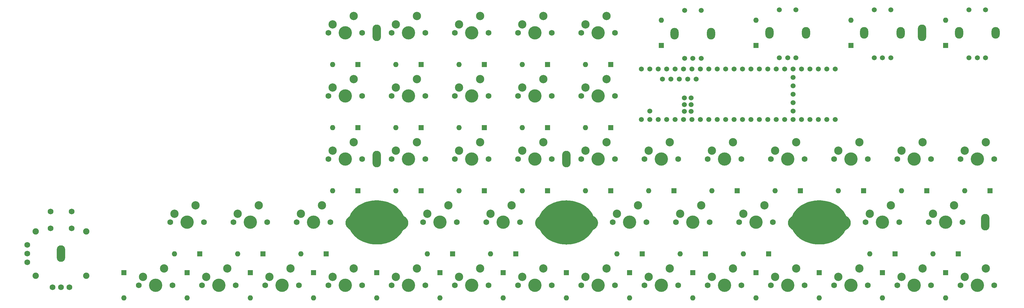
<source format=gbr>
%TF.GenerationSoftware,KiCad,Pcbnew,6.0.2-378541a8eb~116~ubuntu20.04.1*%
%TF.CreationDate,2022-02-23T18:58:34-06:00*%
%TF.ProjectId,LMN,4c4d4e2e-6b69-4636-9164-5f7063625858,rev?*%
%TF.SameCoordinates,Original*%
%TF.FileFunction,Soldermask,Top*%
%TF.FilePolarity,Negative*%
%FSLAX46Y46*%
G04 Gerber Fmt 4.6, Leading zero omitted, Abs format (unit mm)*
G04 Created by KiCad (PCBNEW 6.0.2-378541a8eb~116~ubuntu20.04.1) date 2022-02-23 18:58:34*
%MOMM*%
%LPD*%
G01*
G04 APERTURE LIST*
%ADD10C,0.100167*%
%ADD11C,0.105833*%
%ADD12C,1.750000*%
%ADD13C,4.000000*%
%ADD14C,2.500000*%
%ADD15C,1.500000*%
%ADD16O,2.500000X3.500000*%
%ADD17O,2.540000X5.000000*%
%ADD18C,1.897000*%
%ADD19R,1.600000X1.600000*%
%ADD20O,1.600000X1.600000*%
G04 APERTURE END LIST*
D10*
X208430730Y-95260190D02*
X208419737Y-95600214D01*
X208419737Y-95600214D02*
X208387115Y-95935775D01*
X208387115Y-95935775D02*
X208333393Y-96266457D01*
X208333393Y-96266457D02*
X208259102Y-96591845D01*
X208259102Y-96591845D02*
X208164774Y-96911523D01*
X208164774Y-96911523D02*
X208050938Y-97225078D01*
X208050938Y-97225078D02*
X207918126Y-97532092D01*
X207918126Y-97532092D02*
X207766868Y-97832152D01*
X207766868Y-97832152D02*
X207597695Y-98124843D01*
X207597695Y-98124843D02*
X207411138Y-98409748D01*
X207411138Y-98409748D02*
X207207728Y-98686453D01*
X207207728Y-98686453D02*
X206987996Y-98954542D01*
X206987996Y-98954542D02*
X206752472Y-99213601D01*
X206752472Y-99213601D02*
X206501686Y-99463215D01*
X206501686Y-99463215D02*
X206236171Y-99702967D01*
X206236171Y-99702967D02*
X205956457Y-99932444D01*
X205956457Y-99932444D02*
X205663074Y-100151229D01*
X205663074Y-100151229D02*
X205356553Y-100358908D01*
X205356553Y-100358908D02*
X205037425Y-100555065D01*
X205037425Y-100555065D02*
X204706221Y-100739286D01*
X204706221Y-100739286D02*
X204363471Y-100911155D01*
X204363471Y-100911155D02*
X204009707Y-101070257D01*
X204009707Y-101070257D02*
X203645459Y-101216177D01*
X203645459Y-101216177D02*
X203271258Y-101348499D01*
X203271258Y-101348499D02*
X202887635Y-101466809D01*
X202887635Y-101466809D02*
X202495120Y-101570691D01*
X202495120Y-101570691D02*
X202094244Y-101659731D01*
X202094244Y-101659731D02*
X201685539Y-101733512D01*
X201685539Y-101733512D02*
X201269534Y-101791620D01*
X201269534Y-101791620D02*
X200846761Y-101833640D01*
X200846761Y-101833640D02*
X200417751Y-101859156D01*
X200417751Y-101859156D02*
X199983034Y-101867754D01*
X199983034Y-101867754D02*
X199548316Y-101859156D01*
X199548316Y-101859156D02*
X199119306Y-101833640D01*
X199119306Y-101833640D02*
X198280528Y-101733512D01*
X198280528Y-101733512D02*
X197470947Y-101570691D01*
X197470947Y-101570691D02*
X196694809Y-101348499D01*
X196694809Y-101348499D02*
X195956360Y-101070257D01*
X195956360Y-101070257D02*
X195259847Y-100739286D01*
X195259847Y-100739286D02*
X194609515Y-100358908D01*
X194609515Y-100358908D02*
X194009611Y-99932444D01*
X194009611Y-99932444D02*
X193729896Y-99702967D01*
X193729896Y-99702967D02*
X193464381Y-99463215D01*
X193464381Y-99463215D02*
X193213596Y-99213601D01*
X193213596Y-99213601D02*
X192978072Y-98954542D01*
X192978072Y-98954542D02*
X192758339Y-98686453D01*
X192758339Y-98686453D02*
X192554929Y-98409748D01*
X192554929Y-98409748D02*
X192368372Y-98124843D01*
X192368372Y-98124843D02*
X192199200Y-97832152D01*
X192199200Y-97832152D02*
X192047942Y-97532092D01*
X192047942Y-97532092D02*
X191915129Y-97225078D01*
X191915129Y-97225078D02*
X191801294Y-96911523D01*
X191801294Y-96911523D02*
X191706965Y-96591845D01*
X191706965Y-96591845D02*
X191632674Y-96266457D01*
X191632674Y-96266457D02*
X191578952Y-95935775D01*
X191578952Y-95935775D02*
X191546330Y-95600214D01*
X191546330Y-95600214D02*
X191535338Y-95260190D01*
X191535338Y-95260190D02*
X191546330Y-94920165D01*
X191546330Y-94920165D02*
X191578952Y-94584604D01*
X191578952Y-94584604D02*
X191632674Y-94253922D01*
X191632674Y-94253922D02*
X191706965Y-93928535D01*
X191706965Y-93928535D02*
X191801294Y-93608856D01*
X191801294Y-93608856D02*
X191915129Y-93295301D01*
X191915129Y-93295301D02*
X192047942Y-92988287D01*
X192047942Y-92988287D02*
X192199200Y-92688227D01*
X192199200Y-92688227D02*
X192368372Y-92395536D01*
X192368372Y-92395536D02*
X192554929Y-92110631D01*
X192554929Y-92110631D02*
X192758339Y-91833926D01*
X192758339Y-91833926D02*
X192978072Y-91565836D01*
X192978072Y-91565836D02*
X193213596Y-91306777D01*
X193213596Y-91306777D02*
X193464381Y-91057163D01*
X193464381Y-91057163D02*
X193729896Y-90817411D01*
X193729896Y-90817411D02*
X194009611Y-90587934D01*
X194009611Y-90587934D02*
X194302994Y-90369149D01*
X194302994Y-90369149D02*
X194609515Y-90161470D01*
X194609515Y-90161470D02*
X194928643Y-89965312D01*
X194928643Y-89965312D02*
X195259847Y-89781091D01*
X195259847Y-89781091D02*
X195602596Y-89609222D01*
X195602596Y-89609222D02*
X195956360Y-89450120D01*
X195956360Y-89450120D02*
X196320608Y-89304200D01*
X196320608Y-89304200D02*
X196694809Y-89171878D01*
X196694809Y-89171878D02*
X197078433Y-89053568D01*
X197078433Y-89053568D02*
X197470947Y-88949685D01*
X197470947Y-88949685D02*
X197871823Y-88860646D01*
X197871823Y-88860646D02*
X198280528Y-88786864D01*
X198280528Y-88786864D02*
X198696533Y-88728756D01*
X198696533Y-88728756D02*
X199119306Y-88686736D01*
X199119306Y-88686736D02*
X199548316Y-88661220D01*
X199548316Y-88661220D02*
X199983034Y-88652622D01*
X199983034Y-88652622D02*
X200417751Y-88661220D01*
X200417751Y-88661220D02*
X200846761Y-88686736D01*
X200846761Y-88686736D02*
X201685539Y-88786864D01*
X201685539Y-88786864D02*
X202495120Y-88949685D01*
X202495120Y-88949685D02*
X203271258Y-89171878D01*
X203271258Y-89171878D02*
X204009707Y-89450120D01*
X204009707Y-89450120D02*
X204706221Y-89781091D01*
X204706221Y-89781091D02*
X205356553Y-90161470D01*
X205356553Y-90161470D02*
X205956457Y-90587934D01*
X205956457Y-90587934D02*
X206236171Y-90817411D01*
X206236171Y-90817411D02*
X206501686Y-91057163D01*
X206501686Y-91057163D02*
X206752472Y-91306777D01*
X206752472Y-91306777D02*
X206987996Y-91565836D01*
X206987996Y-91565836D02*
X207207728Y-91833926D01*
X207207728Y-91833926D02*
X207411138Y-92110631D01*
X207411138Y-92110631D02*
X207597695Y-92395536D01*
X207597695Y-92395536D02*
X207766868Y-92688227D01*
X207766868Y-92688227D02*
X207918126Y-92988287D01*
X207918126Y-92988287D02*
X208050938Y-93295301D01*
X208050938Y-93295301D02*
X208164774Y-93608856D01*
X208164774Y-93608856D02*
X208259102Y-93928535D01*
X208259102Y-93928535D02*
X208333393Y-94253922D01*
X208333393Y-94253922D02*
X208387115Y-94584604D01*
X208387115Y-94584604D02*
X208419737Y-94920165D01*
X208419737Y-94920165D02*
X208430730Y-95260190D01*
X208430730Y-95260190D02*
X208430730Y-95260190D01*
G36*
X200417751Y-88661220D02*
G01*
X200846761Y-88686736D01*
X201685539Y-88786864D01*
X202495120Y-88949685D01*
X203271258Y-89171878D01*
X204009707Y-89450120D01*
X204706221Y-89781091D01*
X205356553Y-90161470D01*
X205956457Y-90587934D01*
X206236171Y-90817411D01*
X206501686Y-91057163D01*
X206752472Y-91306777D01*
X206987996Y-91565836D01*
X207207728Y-91833926D01*
X207411138Y-92110631D01*
X207597695Y-92395536D01*
X207766868Y-92688227D01*
X207918126Y-92988287D01*
X208050938Y-93295301D01*
X208164774Y-93608856D01*
X208259102Y-93928535D01*
X208333393Y-94253922D01*
X208387115Y-94584604D01*
X208419737Y-94920165D01*
X208430730Y-95260190D01*
X208419737Y-95600214D01*
X208387115Y-95935775D01*
X208333393Y-96266457D01*
X208259102Y-96591845D01*
X208164774Y-96911523D01*
X208050938Y-97225078D01*
X207918126Y-97532092D01*
X207766868Y-97832152D01*
X207597695Y-98124843D01*
X207411138Y-98409748D01*
X207207728Y-98686453D01*
X206987996Y-98954542D01*
X206752472Y-99213601D01*
X206501686Y-99463215D01*
X206236171Y-99702967D01*
X205956457Y-99932444D01*
X205663074Y-100151229D01*
X205356553Y-100358908D01*
X205037425Y-100555065D01*
X204706221Y-100739286D01*
X204363471Y-100911155D01*
X204009707Y-101070257D01*
X203645459Y-101216177D01*
X203271258Y-101348499D01*
X202887635Y-101466809D01*
X202495120Y-101570691D01*
X202094244Y-101659731D01*
X201685539Y-101733512D01*
X201269534Y-101791620D01*
X200846761Y-101833640D01*
X200417751Y-101859156D01*
X199983034Y-101867754D01*
X199548316Y-101859156D01*
X199119306Y-101833640D01*
X198280528Y-101733512D01*
X197470947Y-101570691D01*
X196694809Y-101348499D01*
X195956360Y-101070257D01*
X195259847Y-100739286D01*
X194609515Y-100358908D01*
X194009611Y-99932444D01*
X193729896Y-99702967D01*
X193464381Y-99463215D01*
X193213596Y-99213601D01*
X192978072Y-98954542D01*
X192758339Y-98686453D01*
X192554929Y-98409748D01*
X192368372Y-98124843D01*
X192199200Y-97832152D01*
X192047942Y-97532092D01*
X191915129Y-97225078D01*
X191801294Y-96911523D01*
X191706965Y-96591845D01*
X191632674Y-96266457D01*
X191578952Y-95935775D01*
X191546330Y-95600214D01*
X191535338Y-95260190D01*
X191546330Y-94920165D01*
X191578952Y-94584604D01*
X191632674Y-94253922D01*
X191706965Y-93928535D01*
X191801294Y-93608856D01*
X191915129Y-93295301D01*
X192047942Y-92988287D01*
X192199200Y-92688227D01*
X192368372Y-92395536D01*
X192554929Y-92110631D01*
X192758339Y-91833926D01*
X192978072Y-91565836D01*
X193213596Y-91306777D01*
X193464381Y-91057163D01*
X193729896Y-90817411D01*
X194009611Y-90587934D01*
X194302994Y-90369149D01*
X194609515Y-90161470D01*
X194928643Y-89965312D01*
X195259847Y-89781091D01*
X195602596Y-89609222D01*
X195956360Y-89450120D01*
X196320608Y-89304200D01*
X196694809Y-89171878D01*
X197078433Y-89053568D01*
X197470947Y-88949685D01*
X197871823Y-88860646D01*
X198280528Y-88786864D01*
X198696533Y-88728756D01*
X199119306Y-88686736D01*
X199548316Y-88661220D01*
X199983034Y-88652622D01*
X200417751Y-88661220D01*
G37*
X200417751Y-88661220D02*
X200846761Y-88686736D01*
X201685539Y-88786864D01*
X202495120Y-88949685D01*
X203271258Y-89171878D01*
X204009707Y-89450120D01*
X204706221Y-89781091D01*
X205356553Y-90161470D01*
X205956457Y-90587934D01*
X206236171Y-90817411D01*
X206501686Y-91057163D01*
X206752472Y-91306777D01*
X206987996Y-91565836D01*
X207207728Y-91833926D01*
X207411138Y-92110631D01*
X207597695Y-92395536D01*
X207766868Y-92688227D01*
X207918126Y-92988287D01*
X208050938Y-93295301D01*
X208164774Y-93608856D01*
X208259102Y-93928535D01*
X208333393Y-94253922D01*
X208387115Y-94584604D01*
X208419737Y-94920165D01*
X208430730Y-95260190D01*
X208419737Y-95600214D01*
X208387115Y-95935775D01*
X208333393Y-96266457D01*
X208259102Y-96591845D01*
X208164774Y-96911523D01*
X208050938Y-97225078D01*
X207918126Y-97532092D01*
X207766868Y-97832152D01*
X207597695Y-98124843D01*
X207411138Y-98409748D01*
X207207728Y-98686453D01*
X206987996Y-98954542D01*
X206752472Y-99213601D01*
X206501686Y-99463215D01*
X206236171Y-99702967D01*
X205956457Y-99932444D01*
X205663074Y-100151229D01*
X205356553Y-100358908D01*
X205037425Y-100555065D01*
X204706221Y-100739286D01*
X204363471Y-100911155D01*
X204009707Y-101070257D01*
X203645459Y-101216177D01*
X203271258Y-101348499D01*
X202887635Y-101466809D01*
X202495120Y-101570691D01*
X202094244Y-101659731D01*
X201685539Y-101733512D01*
X201269534Y-101791620D01*
X200846761Y-101833640D01*
X200417751Y-101859156D01*
X199983034Y-101867754D01*
X199548316Y-101859156D01*
X199119306Y-101833640D01*
X198280528Y-101733512D01*
X197470947Y-101570691D01*
X196694809Y-101348499D01*
X195956360Y-101070257D01*
X195259847Y-100739286D01*
X194609515Y-100358908D01*
X194009611Y-99932444D01*
X193729896Y-99702967D01*
X193464381Y-99463215D01*
X193213596Y-99213601D01*
X192978072Y-98954542D01*
X192758339Y-98686453D01*
X192554929Y-98409748D01*
X192368372Y-98124843D01*
X192199200Y-97832152D01*
X192047942Y-97532092D01*
X191915129Y-97225078D01*
X191801294Y-96911523D01*
X191706965Y-96591845D01*
X191632674Y-96266457D01*
X191578952Y-95935775D01*
X191546330Y-95600214D01*
X191535338Y-95260190D01*
X191546330Y-94920165D01*
X191578952Y-94584604D01*
X191632674Y-94253922D01*
X191706965Y-93928535D01*
X191801294Y-93608856D01*
X191915129Y-93295301D01*
X192047942Y-92988287D01*
X192199200Y-92688227D01*
X192368372Y-92395536D01*
X192554929Y-92110631D01*
X192758339Y-91833926D01*
X192978072Y-91565836D01*
X193213596Y-91306777D01*
X193464381Y-91057163D01*
X193729896Y-90817411D01*
X194009611Y-90587934D01*
X194302994Y-90369149D01*
X194609515Y-90161470D01*
X194928643Y-89965312D01*
X195259847Y-89781091D01*
X195602596Y-89609222D01*
X195956360Y-89450120D01*
X196320608Y-89304200D01*
X196694809Y-89171878D01*
X197078433Y-89053568D01*
X197470947Y-88949685D01*
X197871823Y-88860646D01*
X198280528Y-88786864D01*
X198696533Y-88728756D01*
X199119306Y-88686736D01*
X199548316Y-88661220D01*
X199983034Y-88652622D01*
X200417751Y-88661220D01*
D11*
X147204596Y-95396550D02*
X147207911Y-95278275D01*
X147207911Y-95278275D02*
X147217748Y-95161552D01*
X147217748Y-95161552D02*
X147233948Y-95046527D01*
X147233948Y-95046527D02*
X147256350Y-94933343D01*
X147256350Y-94933343D02*
X147284795Y-94822145D01*
X147284795Y-94822145D02*
X147319123Y-94713078D01*
X147319123Y-94713078D02*
X147359172Y-94606285D01*
X147359172Y-94606285D02*
X147404784Y-94501911D01*
X147404784Y-94501911D02*
X147455799Y-94400101D01*
X147455799Y-94400101D02*
X147512055Y-94300998D01*
X147512055Y-94300998D02*
X147573393Y-94204749D01*
X147573393Y-94204749D02*
X147639654Y-94111495D01*
X147639654Y-94111495D02*
X147710677Y-94021384D01*
X147710677Y-94021384D02*
X147786301Y-93934557D01*
X147786301Y-93934557D02*
X147866368Y-93851161D01*
X147866368Y-93851161D02*
X147950716Y-93771339D01*
X147950716Y-93771339D02*
X148039186Y-93695237D01*
X148039186Y-93695237D02*
X148131618Y-93622997D01*
X148131618Y-93622997D02*
X148227851Y-93554765D01*
X148227851Y-93554765D02*
X148327726Y-93490685D01*
X148327726Y-93490685D02*
X148431082Y-93430902D01*
X148431082Y-93430902D02*
X148537760Y-93375559D01*
X148537760Y-93375559D02*
X148647600Y-93324802D01*
X148647600Y-93324802D02*
X148760440Y-93278775D01*
X148760440Y-93278775D02*
X148876122Y-93237622D01*
X148876122Y-93237622D02*
X148994486Y-93201487D01*
X148994486Y-93201487D02*
X149115370Y-93170515D01*
X149115370Y-93170515D02*
X149238616Y-93144851D01*
X149238616Y-93144851D02*
X149364062Y-93124638D01*
X149364062Y-93124638D02*
X149491550Y-93110022D01*
X149491550Y-93110022D02*
X149620919Y-93101146D01*
X149620919Y-93101146D02*
X149752008Y-93098156D01*
X149752008Y-93098156D02*
X149883098Y-93101146D01*
X149883098Y-93101146D02*
X150012466Y-93110022D01*
X150012466Y-93110022D02*
X150139954Y-93124638D01*
X150139954Y-93124638D02*
X150265401Y-93144851D01*
X150265401Y-93144851D02*
X150388646Y-93170515D01*
X150388646Y-93170515D02*
X150509531Y-93201487D01*
X150509531Y-93201487D02*
X150627894Y-93237622D01*
X150627894Y-93237622D02*
X150743576Y-93278775D01*
X150743576Y-93278775D02*
X150856417Y-93324802D01*
X150856417Y-93324802D02*
X150966256Y-93375559D01*
X150966256Y-93375559D02*
X151072934Y-93430902D01*
X151072934Y-93430902D02*
X151176291Y-93490685D01*
X151176291Y-93490685D02*
X151276166Y-93554765D01*
X151276166Y-93554765D02*
X151372399Y-93622997D01*
X151372399Y-93622997D02*
X151464831Y-93695237D01*
X151464831Y-93695237D02*
X151553301Y-93771339D01*
X151553301Y-93771339D02*
X151637649Y-93851161D01*
X151637649Y-93851161D02*
X151717715Y-93934557D01*
X151717715Y-93934557D02*
X151793340Y-94021384D01*
X151793340Y-94021384D02*
X151864362Y-94111495D01*
X151864362Y-94111495D02*
X151930623Y-94204749D01*
X151930623Y-94204749D02*
X151991961Y-94300998D01*
X151991961Y-94300998D02*
X152048218Y-94400101D01*
X152048218Y-94400101D02*
X152099232Y-94501911D01*
X152099232Y-94501911D02*
X152144844Y-94606285D01*
X152144844Y-94606285D02*
X152184894Y-94713078D01*
X152184894Y-94713078D02*
X152219221Y-94822145D01*
X152219221Y-94822145D02*
X152247666Y-94933343D01*
X152247666Y-94933343D02*
X152270068Y-95046527D01*
X152270068Y-95046527D02*
X152286268Y-95161552D01*
X152286268Y-95161552D02*
X152296106Y-95278275D01*
X152296106Y-95278275D02*
X152299420Y-95396550D01*
X152299420Y-95396550D02*
X152296106Y-95514825D01*
X152296106Y-95514825D02*
X152286268Y-95631547D01*
X152286268Y-95631547D02*
X152270068Y-95746572D01*
X152270068Y-95746572D02*
X152247666Y-95859756D01*
X152247666Y-95859756D02*
X152219221Y-95970954D01*
X152219221Y-95970954D02*
X152184894Y-96080022D01*
X152184894Y-96080022D02*
X152144844Y-96186814D01*
X152144844Y-96186814D02*
X152099232Y-96291188D01*
X152099232Y-96291188D02*
X152048218Y-96392998D01*
X152048218Y-96392998D02*
X151991961Y-96492101D01*
X151991961Y-96492101D02*
X151930623Y-96588350D01*
X151930623Y-96588350D02*
X151864362Y-96681604D01*
X151864362Y-96681604D02*
X151793340Y-96771715D01*
X151793340Y-96771715D02*
X151717715Y-96858542D01*
X151717715Y-96858542D02*
X151637649Y-96941938D01*
X151637649Y-96941938D02*
X151553301Y-97021760D01*
X151553301Y-97021760D02*
X151464831Y-97097863D01*
X151464831Y-97097863D02*
X151372399Y-97170103D01*
X151372399Y-97170103D02*
X151276166Y-97238335D01*
X151276166Y-97238335D02*
X151176291Y-97302415D01*
X151176291Y-97302415D02*
X151072934Y-97362198D01*
X151072934Y-97362198D02*
X150966256Y-97417541D01*
X150966256Y-97417541D02*
X150856417Y-97468298D01*
X150856417Y-97468298D02*
X150743576Y-97514325D01*
X150743576Y-97514325D02*
X150627894Y-97555479D01*
X150627894Y-97555479D02*
X150509531Y-97591613D01*
X150509531Y-97591613D02*
X150388646Y-97622585D01*
X150388646Y-97622585D02*
X150265401Y-97648250D01*
X150265401Y-97648250D02*
X150139954Y-97668462D01*
X150139954Y-97668462D02*
X150012466Y-97683078D01*
X150012466Y-97683078D02*
X149883098Y-97691954D01*
X149883098Y-97691954D02*
X149752008Y-97694945D01*
X149752008Y-97694945D02*
X149620919Y-97691954D01*
X149620919Y-97691954D02*
X149491550Y-97683078D01*
X149491550Y-97683078D02*
X149364062Y-97668462D01*
X149364062Y-97668462D02*
X149238616Y-97648250D01*
X149238616Y-97648250D02*
X149115370Y-97622585D01*
X149115370Y-97622585D02*
X148994486Y-97591613D01*
X148994486Y-97591613D02*
X148876122Y-97555479D01*
X148876122Y-97555479D02*
X148760440Y-97514325D01*
X148760440Y-97514325D02*
X148647600Y-97468298D01*
X148647600Y-97468298D02*
X148537760Y-97417541D01*
X148537760Y-97417541D02*
X148431082Y-97362198D01*
X148431082Y-97362198D02*
X148327726Y-97302415D01*
X148327726Y-97302415D02*
X148227851Y-97238335D01*
X148227851Y-97238335D02*
X148131618Y-97170103D01*
X148131618Y-97170103D02*
X148039186Y-97097863D01*
X148039186Y-97097863D02*
X147950716Y-97021760D01*
X147950716Y-97021760D02*
X147866368Y-96941938D01*
X147866368Y-96941938D02*
X147786301Y-96858542D01*
X147786301Y-96858542D02*
X147710677Y-96771715D01*
X147710677Y-96771715D02*
X147639654Y-96681604D01*
X147639654Y-96681604D02*
X147573393Y-96588350D01*
X147573393Y-96588350D02*
X147512055Y-96492101D01*
X147512055Y-96492101D02*
X147455799Y-96392998D01*
X147455799Y-96392998D02*
X147404784Y-96291188D01*
X147404784Y-96291188D02*
X147359172Y-96186814D01*
X147359172Y-96186814D02*
X147319123Y-96080022D01*
X147319123Y-96080022D02*
X147284795Y-95970954D01*
X147284795Y-95970954D02*
X147256350Y-95859756D01*
X147256350Y-95859756D02*
X147233948Y-95746572D01*
X147233948Y-95746572D02*
X147217748Y-95631547D01*
X147217748Y-95631547D02*
X147207911Y-95514825D01*
X147207911Y-95514825D02*
X147204596Y-95396550D01*
X147204596Y-95396550D02*
X147204596Y-95396550D01*
G36*
X149883098Y-93101146D02*
G01*
X150012466Y-93110022D01*
X150139954Y-93124638D01*
X150265401Y-93144851D01*
X150388646Y-93170515D01*
X150509531Y-93201487D01*
X150627894Y-93237622D01*
X150743576Y-93278775D01*
X150856417Y-93324802D01*
X150966256Y-93375559D01*
X151072934Y-93430902D01*
X151176291Y-93490685D01*
X151276166Y-93554765D01*
X151372399Y-93622997D01*
X151464831Y-93695237D01*
X151553301Y-93771339D01*
X151637649Y-93851161D01*
X151717715Y-93934557D01*
X151793340Y-94021384D01*
X151864362Y-94111495D01*
X151930623Y-94204749D01*
X151991961Y-94300998D01*
X152048218Y-94400101D01*
X152099232Y-94501911D01*
X152144844Y-94606285D01*
X152184894Y-94713078D01*
X152219221Y-94822145D01*
X152247666Y-94933343D01*
X152270068Y-95046527D01*
X152286268Y-95161552D01*
X152296106Y-95278275D01*
X152299420Y-95396550D01*
X152296106Y-95514825D01*
X152286268Y-95631547D01*
X152270068Y-95746572D01*
X152247666Y-95859756D01*
X152219221Y-95970954D01*
X152184894Y-96080022D01*
X152144844Y-96186814D01*
X152099232Y-96291188D01*
X152048218Y-96392998D01*
X151991961Y-96492101D01*
X151930623Y-96588350D01*
X151864362Y-96681604D01*
X151793340Y-96771715D01*
X151717715Y-96858542D01*
X151637649Y-96941938D01*
X151553301Y-97021760D01*
X151464831Y-97097863D01*
X151372399Y-97170103D01*
X151276166Y-97238335D01*
X151176291Y-97302415D01*
X151072934Y-97362198D01*
X150966256Y-97417541D01*
X150856417Y-97468298D01*
X150743576Y-97514325D01*
X150627894Y-97555479D01*
X150509531Y-97591613D01*
X150388646Y-97622585D01*
X150265401Y-97648250D01*
X150139954Y-97668462D01*
X150012466Y-97683078D01*
X149883098Y-97691954D01*
X149752008Y-97694945D01*
X149620919Y-97691954D01*
X149491550Y-97683078D01*
X149364062Y-97668462D01*
X149238616Y-97648250D01*
X149115370Y-97622585D01*
X148994486Y-97591613D01*
X148876122Y-97555479D01*
X148760440Y-97514325D01*
X148647600Y-97468298D01*
X148537760Y-97417541D01*
X148431082Y-97362198D01*
X148327726Y-97302415D01*
X148227851Y-97238335D01*
X148131618Y-97170103D01*
X148039186Y-97097863D01*
X147950716Y-97021760D01*
X147866368Y-96941938D01*
X147786301Y-96858542D01*
X147710677Y-96771715D01*
X147639654Y-96681604D01*
X147573393Y-96588350D01*
X147512055Y-96492101D01*
X147455799Y-96392998D01*
X147404784Y-96291188D01*
X147359172Y-96186814D01*
X147319123Y-96080022D01*
X147284795Y-95970954D01*
X147256350Y-95859756D01*
X147233948Y-95746572D01*
X147217748Y-95631547D01*
X147207911Y-95514825D01*
X147204596Y-95396550D01*
X147207911Y-95278275D01*
X147217748Y-95161552D01*
X147233948Y-95046527D01*
X147256350Y-94933343D01*
X147284795Y-94822145D01*
X147319123Y-94713078D01*
X147359172Y-94606285D01*
X147404784Y-94501911D01*
X147455799Y-94400101D01*
X147512055Y-94300998D01*
X147573393Y-94204749D01*
X147639654Y-94111495D01*
X147710677Y-94021384D01*
X147786301Y-93934557D01*
X147866368Y-93851161D01*
X147950716Y-93771339D01*
X148039186Y-93695237D01*
X148131618Y-93622997D01*
X148227851Y-93554765D01*
X148327726Y-93490685D01*
X148431082Y-93430902D01*
X148537760Y-93375559D01*
X148647600Y-93324802D01*
X148760440Y-93278775D01*
X148876122Y-93237622D01*
X148994486Y-93201487D01*
X149115370Y-93170515D01*
X149238616Y-93144851D01*
X149364062Y-93124638D01*
X149491550Y-93110022D01*
X149620919Y-93101146D01*
X149752008Y-93098156D01*
X149883098Y-93101146D01*
G37*
X149883098Y-93101146D02*
X150012466Y-93110022D01*
X150139954Y-93124638D01*
X150265401Y-93144851D01*
X150388646Y-93170515D01*
X150509531Y-93201487D01*
X150627894Y-93237622D01*
X150743576Y-93278775D01*
X150856417Y-93324802D01*
X150966256Y-93375559D01*
X151072934Y-93430902D01*
X151176291Y-93490685D01*
X151276166Y-93554765D01*
X151372399Y-93622997D01*
X151464831Y-93695237D01*
X151553301Y-93771339D01*
X151637649Y-93851161D01*
X151717715Y-93934557D01*
X151793340Y-94021384D01*
X151864362Y-94111495D01*
X151930623Y-94204749D01*
X151991961Y-94300998D01*
X152048218Y-94400101D01*
X152099232Y-94501911D01*
X152144844Y-94606285D01*
X152184894Y-94713078D01*
X152219221Y-94822145D01*
X152247666Y-94933343D01*
X152270068Y-95046527D01*
X152286268Y-95161552D01*
X152296106Y-95278275D01*
X152299420Y-95396550D01*
X152296106Y-95514825D01*
X152286268Y-95631547D01*
X152270068Y-95746572D01*
X152247666Y-95859756D01*
X152219221Y-95970954D01*
X152184894Y-96080022D01*
X152144844Y-96186814D01*
X152099232Y-96291188D01*
X152048218Y-96392998D01*
X151991961Y-96492101D01*
X151930623Y-96588350D01*
X151864362Y-96681604D01*
X151793340Y-96771715D01*
X151717715Y-96858542D01*
X151637649Y-96941938D01*
X151553301Y-97021760D01*
X151464831Y-97097863D01*
X151372399Y-97170103D01*
X151276166Y-97238335D01*
X151176291Y-97302415D01*
X151072934Y-97362198D01*
X150966256Y-97417541D01*
X150856417Y-97468298D01*
X150743576Y-97514325D01*
X150627894Y-97555479D01*
X150509531Y-97591613D01*
X150388646Y-97622585D01*
X150265401Y-97648250D01*
X150139954Y-97668462D01*
X150012466Y-97683078D01*
X149883098Y-97691954D01*
X149752008Y-97694945D01*
X149620919Y-97691954D01*
X149491550Y-97683078D01*
X149364062Y-97668462D01*
X149238616Y-97648250D01*
X149115370Y-97622585D01*
X148994486Y-97591613D01*
X148876122Y-97555479D01*
X148760440Y-97514325D01*
X148647600Y-97468298D01*
X148537760Y-97417541D01*
X148431082Y-97362198D01*
X148327726Y-97302415D01*
X148227851Y-97238335D01*
X148131618Y-97170103D01*
X148039186Y-97097863D01*
X147950716Y-97021760D01*
X147866368Y-96941938D01*
X147786301Y-96858542D01*
X147710677Y-96771715D01*
X147639654Y-96681604D01*
X147573393Y-96588350D01*
X147512055Y-96492101D01*
X147455799Y-96392998D01*
X147404784Y-96291188D01*
X147359172Y-96186814D01*
X147319123Y-96080022D01*
X147284795Y-95970954D01*
X147256350Y-95859756D01*
X147233948Y-95746572D01*
X147217748Y-95631547D01*
X147207911Y-95514825D01*
X147204596Y-95396550D01*
X147207911Y-95278275D01*
X147217748Y-95161552D01*
X147233948Y-95046527D01*
X147256350Y-94933343D01*
X147284795Y-94822145D01*
X147319123Y-94713078D01*
X147359172Y-94606285D01*
X147404784Y-94501911D01*
X147455799Y-94400101D01*
X147512055Y-94300998D01*
X147573393Y-94204749D01*
X147639654Y-94111495D01*
X147710677Y-94021384D01*
X147786301Y-93934557D01*
X147866368Y-93851161D01*
X147950716Y-93771339D01*
X148039186Y-93695237D01*
X148131618Y-93622997D01*
X148227851Y-93554765D01*
X148327726Y-93490685D01*
X148431082Y-93430902D01*
X148537760Y-93375559D01*
X148647600Y-93324802D01*
X148760440Y-93278775D01*
X148876122Y-93237622D01*
X148994486Y-93201487D01*
X149115370Y-93170515D01*
X149238616Y-93144851D01*
X149364062Y-93124638D01*
X149491550Y-93110022D01*
X149620919Y-93101146D01*
X149752008Y-93098156D01*
X149883098Y-93101146D01*
D10*
X284614530Y-95250002D02*
X284603537Y-95590026D01*
X284603537Y-95590026D02*
X284570915Y-95925587D01*
X284570915Y-95925587D02*
X284517193Y-96256269D01*
X284517193Y-96256269D02*
X284442902Y-96581657D01*
X284442902Y-96581657D02*
X284348574Y-96901335D01*
X284348574Y-96901335D02*
X284234738Y-97214890D01*
X284234738Y-97214890D02*
X284101926Y-97521904D01*
X284101926Y-97521904D02*
X283950668Y-97821964D01*
X283950668Y-97821964D02*
X283781495Y-98114655D01*
X283781495Y-98114655D02*
X283594938Y-98399560D01*
X283594938Y-98399560D02*
X283391528Y-98676265D01*
X283391528Y-98676265D02*
X283171796Y-98944354D01*
X283171796Y-98944354D02*
X282936272Y-99203413D01*
X282936272Y-99203413D02*
X282685486Y-99453027D01*
X282685486Y-99453027D02*
X282419971Y-99692779D01*
X282419971Y-99692779D02*
X282140257Y-99922256D01*
X282140257Y-99922256D02*
X281846874Y-100141041D01*
X281846874Y-100141041D02*
X281540353Y-100348720D01*
X281540353Y-100348720D02*
X281221225Y-100544877D01*
X281221225Y-100544877D02*
X280890021Y-100729098D01*
X280890021Y-100729098D02*
X280547271Y-100900967D01*
X280547271Y-100900967D02*
X280193507Y-101060069D01*
X280193507Y-101060069D02*
X279829259Y-101205989D01*
X279829259Y-101205989D02*
X279455058Y-101338311D01*
X279455058Y-101338311D02*
X279071435Y-101456621D01*
X279071435Y-101456621D02*
X278678920Y-101560503D01*
X278678920Y-101560503D02*
X278278044Y-101649543D01*
X278278044Y-101649543D02*
X277869339Y-101723324D01*
X277869339Y-101723324D02*
X277453334Y-101781432D01*
X277453334Y-101781432D02*
X277030561Y-101823452D01*
X277030561Y-101823452D02*
X276601551Y-101848968D01*
X276601551Y-101848968D02*
X276166834Y-101857566D01*
X276166834Y-101857566D02*
X275732116Y-101848968D01*
X275732116Y-101848968D02*
X275303106Y-101823452D01*
X275303106Y-101823452D02*
X274464328Y-101723324D01*
X274464328Y-101723324D02*
X273654747Y-101560503D01*
X273654747Y-101560503D02*
X272878609Y-101338311D01*
X272878609Y-101338311D02*
X272140160Y-101060069D01*
X272140160Y-101060069D02*
X271443647Y-100729098D01*
X271443647Y-100729098D02*
X270793315Y-100348720D01*
X270793315Y-100348720D02*
X270193411Y-99922256D01*
X270193411Y-99922256D02*
X269913696Y-99692779D01*
X269913696Y-99692779D02*
X269648181Y-99453027D01*
X269648181Y-99453027D02*
X269397396Y-99203413D01*
X269397396Y-99203413D02*
X269161872Y-98944354D01*
X269161872Y-98944354D02*
X268942139Y-98676265D01*
X268942139Y-98676265D02*
X268738729Y-98399560D01*
X268738729Y-98399560D02*
X268552172Y-98114655D01*
X268552172Y-98114655D02*
X268383000Y-97821964D01*
X268383000Y-97821964D02*
X268231742Y-97521904D01*
X268231742Y-97521904D02*
X268098929Y-97214890D01*
X268098929Y-97214890D02*
X267985094Y-96901335D01*
X267985094Y-96901335D02*
X267890765Y-96581657D01*
X267890765Y-96581657D02*
X267816474Y-96256269D01*
X267816474Y-96256269D02*
X267762752Y-95925587D01*
X267762752Y-95925587D02*
X267730130Y-95590026D01*
X267730130Y-95590026D02*
X267719138Y-95250002D01*
X267719138Y-95250002D02*
X267730130Y-94909977D01*
X267730130Y-94909977D02*
X267762752Y-94574416D01*
X267762752Y-94574416D02*
X267816474Y-94243734D01*
X267816474Y-94243734D02*
X267890765Y-93918347D01*
X267890765Y-93918347D02*
X267985094Y-93598668D01*
X267985094Y-93598668D02*
X268098929Y-93285113D01*
X268098929Y-93285113D02*
X268231742Y-92978099D01*
X268231742Y-92978099D02*
X268383000Y-92678039D01*
X268383000Y-92678039D02*
X268552172Y-92385348D01*
X268552172Y-92385348D02*
X268738729Y-92100443D01*
X268738729Y-92100443D02*
X268942139Y-91823738D01*
X268942139Y-91823738D02*
X269161872Y-91555648D01*
X269161872Y-91555648D02*
X269397396Y-91296589D01*
X269397396Y-91296589D02*
X269648181Y-91046975D01*
X269648181Y-91046975D02*
X269913696Y-90807223D01*
X269913696Y-90807223D02*
X270193411Y-90577746D01*
X270193411Y-90577746D02*
X270486794Y-90358961D01*
X270486794Y-90358961D02*
X270793315Y-90151282D01*
X270793315Y-90151282D02*
X271112443Y-89955124D01*
X271112443Y-89955124D02*
X271443647Y-89770903D01*
X271443647Y-89770903D02*
X271786396Y-89599034D01*
X271786396Y-89599034D02*
X272140160Y-89439932D01*
X272140160Y-89439932D02*
X272504408Y-89294012D01*
X272504408Y-89294012D02*
X272878609Y-89161690D01*
X272878609Y-89161690D02*
X273262233Y-89043380D01*
X273262233Y-89043380D02*
X273654747Y-88939497D01*
X273654747Y-88939497D02*
X274055623Y-88850458D01*
X274055623Y-88850458D02*
X274464328Y-88776676D01*
X274464328Y-88776676D02*
X274880333Y-88718568D01*
X274880333Y-88718568D02*
X275303106Y-88676548D01*
X275303106Y-88676548D02*
X275732116Y-88651032D01*
X275732116Y-88651032D02*
X276166834Y-88642434D01*
X276166834Y-88642434D02*
X276601551Y-88651032D01*
X276601551Y-88651032D02*
X277030561Y-88676548D01*
X277030561Y-88676548D02*
X277869339Y-88776676D01*
X277869339Y-88776676D02*
X278678920Y-88939497D01*
X278678920Y-88939497D02*
X279455058Y-89161690D01*
X279455058Y-89161690D02*
X280193507Y-89439932D01*
X280193507Y-89439932D02*
X280890021Y-89770903D01*
X280890021Y-89770903D02*
X281540353Y-90151282D01*
X281540353Y-90151282D02*
X282140257Y-90577746D01*
X282140257Y-90577746D02*
X282419971Y-90807223D01*
X282419971Y-90807223D02*
X282685486Y-91046975D01*
X282685486Y-91046975D02*
X282936272Y-91296589D01*
X282936272Y-91296589D02*
X283171796Y-91555648D01*
X283171796Y-91555648D02*
X283391528Y-91823738D01*
X283391528Y-91823738D02*
X283594938Y-92100443D01*
X283594938Y-92100443D02*
X283781495Y-92385348D01*
X283781495Y-92385348D02*
X283950668Y-92678039D01*
X283950668Y-92678039D02*
X284101926Y-92978099D01*
X284101926Y-92978099D02*
X284234738Y-93285113D01*
X284234738Y-93285113D02*
X284348574Y-93598668D01*
X284348574Y-93598668D02*
X284442902Y-93918347D01*
X284442902Y-93918347D02*
X284517193Y-94243734D01*
X284517193Y-94243734D02*
X284570915Y-94574416D01*
X284570915Y-94574416D02*
X284603537Y-94909977D01*
X284603537Y-94909977D02*
X284614530Y-95250002D01*
X284614530Y-95250002D02*
X284614530Y-95250002D01*
G36*
X276601551Y-88651032D02*
G01*
X277030561Y-88676548D01*
X277869339Y-88776676D01*
X278678920Y-88939497D01*
X279455058Y-89161690D01*
X280193507Y-89439932D01*
X280890021Y-89770903D01*
X281540353Y-90151282D01*
X282140257Y-90577746D01*
X282419971Y-90807223D01*
X282685486Y-91046975D01*
X282936272Y-91296589D01*
X283171796Y-91555648D01*
X283391528Y-91823738D01*
X283594938Y-92100443D01*
X283781495Y-92385348D01*
X283950668Y-92678039D01*
X284101926Y-92978099D01*
X284234738Y-93285113D01*
X284348574Y-93598668D01*
X284442902Y-93918347D01*
X284517193Y-94243734D01*
X284570915Y-94574416D01*
X284603537Y-94909977D01*
X284614530Y-95250002D01*
X284603537Y-95590026D01*
X284570915Y-95925587D01*
X284517193Y-96256269D01*
X284442902Y-96581657D01*
X284348574Y-96901335D01*
X284234738Y-97214890D01*
X284101926Y-97521904D01*
X283950668Y-97821964D01*
X283781495Y-98114655D01*
X283594938Y-98399560D01*
X283391528Y-98676265D01*
X283171796Y-98944354D01*
X282936272Y-99203413D01*
X282685486Y-99453027D01*
X282419971Y-99692779D01*
X282140257Y-99922256D01*
X281846874Y-100141041D01*
X281540353Y-100348720D01*
X281221225Y-100544877D01*
X280890021Y-100729098D01*
X280547271Y-100900967D01*
X280193507Y-101060069D01*
X279829259Y-101205989D01*
X279455058Y-101338311D01*
X279071435Y-101456621D01*
X278678920Y-101560503D01*
X278278044Y-101649543D01*
X277869339Y-101723324D01*
X277453334Y-101781432D01*
X277030561Y-101823452D01*
X276601551Y-101848968D01*
X276166834Y-101857566D01*
X275732116Y-101848968D01*
X275303106Y-101823452D01*
X274464328Y-101723324D01*
X273654747Y-101560503D01*
X272878609Y-101338311D01*
X272140160Y-101060069D01*
X271443647Y-100729098D01*
X270793315Y-100348720D01*
X270193411Y-99922256D01*
X269913696Y-99692779D01*
X269648181Y-99453027D01*
X269397396Y-99203413D01*
X269161872Y-98944354D01*
X268942139Y-98676265D01*
X268738729Y-98399560D01*
X268552172Y-98114655D01*
X268383000Y-97821964D01*
X268231742Y-97521904D01*
X268098929Y-97214890D01*
X267985094Y-96901335D01*
X267890765Y-96581657D01*
X267816474Y-96256269D01*
X267762752Y-95925587D01*
X267730130Y-95590026D01*
X267719138Y-95250002D01*
X267730130Y-94909977D01*
X267762752Y-94574416D01*
X267816474Y-94243734D01*
X267890765Y-93918347D01*
X267985094Y-93598668D01*
X268098929Y-93285113D01*
X268231742Y-92978099D01*
X268383000Y-92678039D01*
X268552172Y-92385348D01*
X268738729Y-92100443D01*
X268942139Y-91823738D01*
X269161872Y-91555648D01*
X269397396Y-91296589D01*
X269648181Y-91046975D01*
X269913696Y-90807223D01*
X270193411Y-90577746D01*
X270486794Y-90358961D01*
X270793315Y-90151282D01*
X271112443Y-89955124D01*
X271443647Y-89770903D01*
X271786396Y-89599034D01*
X272140160Y-89439932D01*
X272504408Y-89294012D01*
X272878609Y-89161690D01*
X273262233Y-89043380D01*
X273654747Y-88939497D01*
X274055623Y-88850458D01*
X274464328Y-88776676D01*
X274880333Y-88718568D01*
X275303106Y-88676548D01*
X275732116Y-88651032D01*
X276166834Y-88642434D01*
X276601551Y-88651032D01*
G37*
X276601551Y-88651032D02*
X277030561Y-88676548D01*
X277869339Y-88776676D01*
X278678920Y-88939497D01*
X279455058Y-89161690D01*
X280193507Y-89439932D01*
X280890021Y-89770903D01*
X281540353Y-90151282D01*
X282140257Y-90577746D01*
X282419971Y-90807223D01*
X282685486Y-91046975D01*
X282936272Y-91296589D01*
X283171796Y-91555648D01*
X283391528Y-91823738D01*
X283594938Y-92100443D01*
X283781495Y-92385348D01*
X283950668Y-92678039D01*
X284101926Y-92978099D01*
X284234738Y-93285113D01*
X284348574Y-93598668D01*
X284442902Y-93918347D01*
X284517193Y-94243734D01*
X284570915Y-94574416D01*
X284603537Y-94909977D01*
X284614530Y-95250002D01*
X284603537Y-95590026D01*
X284570915Y-95925587D01*
X284517193Y-96256269D01*
X284442902Y-96581657D01*
X284348574Y-96901335D01*
X284234738Y-97214890D01*
X284101926Y-97521904D01*
X283950668Y-97821964D01*
X283781495Y-98114655D01*
X283594938Y-98399560D01*
X283391528Y-98676265D01*
X283171796Y-98944354D01*
X282936272Y-99203413D01*
X282685486Y-99453027D01*
X282419971Y-99692779D01*
X282140257Y-99922256D01*
X281846874Y-100141041D01*
X281540353Y-100348720D01*
X281221225Y-100544877D01*
X280890021Y-100729098D01*
X280547271Y-100900967D01*
X280193507Y-101060069D01*
X279829259Y-101205989D01*
X279455058Y-101338311D01*
X279071435Y-101456621D01*
X278678920Y-101560503D01*
X278278044Y-101649543D01*
X277869339Y-101723324D01*
X277453334Y-101781432D01*
X277030561Y-101823452D01*
X276601551Y-101848968D01*
X276166834Y-101857566D01*
X275732116Y-101848968D01*
X275303106Y-101823452D01*
X274464328Y-101723324D01*
X273654747Y-101560503D01*
X272878609Y-101338311D01*
X272140160Y-101060069D01*
X271443647Y-100729098D01*
X270793315Y-100348720D01*
X270193411Y-99922256D01*
X269913696Y-99692779D01*
X269648181Y-99453027D01*
X269397396Y-99203413D01*
X269161872Y-98944354D01*
X268942139Y-98676265D01*
X268738729Y-98399560D01*
X268552172Y-98114655D01*
X268383000Y-97821964D01*
X268231742Y-97521904D01*
X268098929Y-97214890D01*
X267985094Y-96901335D01*
X267890765Y-96581657D01*
X267816474Y-96256269D01*
X267762752Y-95925587D01*
X267730130Y-95590026D01*
X267719138Y-95250002D01*
X267730130Y-94909977D01*
X267762752Y-94574416D01*
X267816474Y-94243734D01*
X267890765Y-93918347D01*
X267985094Y-93598668D01*
X268098929Y-93285113D01*
X268231742Y-92978099D01*
X268383000Y-92678039D01*
X268552172Y-92385348D01*
X268738729Y-92100443D01*
X268942139Y-91823738D01*
X269161872Y-91555648D01*
X269397396Y-91296589D01*
X269648181Y-91046975D01*
X269913696Y-90807223D01*
X270193411Y-90577746D01*
X270486794Y-90358961D01*
X270793315Y-90151282D01*
X271112443Y-89955124D01*
X271443647Y-89770903D01*
X271786396Y-89599034D01*
X272140160Y-89439932D01*
X272504408Y-89294012D01*
X272878609Y-89161690D01*
X273262233Y-89043380D01*
X273654747Y-88939497D01*
X274055623Y-88850458D01*
X274464328Y-88776676D01*
X274880333Y-88718568D01*
X275303106Y-88676548D01*
X275732116Y-88651032D01*
X276166834Y-88642434D01*
X276601551Y-88651032D01*
D11*
X133450580Y-95398644D02*
X133453895Y-95280368D01*
X133453895Y-95280368D02*
X133463732Y-95163646D01*
X133463732Y-95163646D02*
X133479932Y-95048621D01*
X133479932Y-95048621D02*
X133502334Y-94935437D01*
X133502334Y-94935437D02*
X133530779Y-94824239D01*
X133530779Y-94824239D02*
X133565107Y-94715171D01*
X133565107Y-94715171D02*
X133605156Y-94608378D01*
X133605156Y-94608378D02*
X133650768Y-94504004D01*
X133650768Y-94504004D02*
X133701782Y-94402194D01*
X133701782Y-94402194D02*
X133758039Y-94303092D01*
X133758039Y-94303092D02*
X133819377Y-94206842D01*
X133819377Y-94206842D02*
X133885638Y-94113589D01*
X133885638Y-94113589D02*
X133956661Y-94023477D01*
X133956661Y-94023477D02*
X134032285Y-93936651D01*
X134032285Y-93936651D02*
X134112351Y-93853255D01*
X134112351Y-93853255D02*
X134196700Y-93773433D01*
X134196700Y-93773433D02*
X134285170Y-93697330D01*
X134285170Y-93697330D02*
X134377601Y-93625090D01*
X134377601Y-93625090D02*
X134473835Y-93556858D01*
X134473835Y-93556858D02*
X134573710Y-93492779D01*
X134573710Y-93492779D02*
X134677066Y-93432995D01*
X134677066Y-93432995D02*
X134783744Y-93377653D01*
X134783744Y-93377653D02*
X134893584Y-93326896D01*
X134893584Y-93326896D02*
X135006424Y-93280868D01*
X135006424Y-93280868D02*
X135122106Y-93239715D01*
X135122106Y-93239715D02*
X135240470Y-93203580D01*
X135240470Y-93203580D02*
X135361354Y-93172609D01*
X135361354Y-93172609D02*
X135484600Y-93146944D01*
X135484600Y-93146944D02*
X135610046Y-93126732D01*
X135610046Y-93126732D02*
X135737534Y-93112116D01*
X135737534Y-93112116D02*
X135866903Y-93103240D01*
X135866903Y-93103240D02*
X135997992Y-93100249D01*
X135997992Y-93100249D02*
X136129082Y-93103240D01*
X136129082Y-93103240D02*
X136258450Y-93112116D01*
X136258450Y-93112116D02*
X136385938Y-93126732D01*
X136385938Y-93126732D02*
X136511385Y-93146944D01*
X136511385Y-93146944D02*
X136634630Y-93172609D01*
X136634630Y-93172609D02*
X136755515Y-93203580D01*
X136755515Y-93203580D02*
X136873878Y-93239715D01*
X136873878Y-93239715D02*
X136989560Y-93280868D01*
X136989560Y-93280868D02*
X137102401Y-93326896D01*
X137102401Y-93326896D02*
X137212240Y-93377653D01*
X137212240Y-93377653D02*
X137318918Y-93432995D01*
X137318918Y-93432995D02*
X137422274Y-93492779D01*
X137422274Y-93492779D02*
X137522149Y-93556858D01*
X137522149Y-93556858D02*
X137618383Y-93625090D01*
X137618383Y-93625090D02*
X137710815Y-93697330D01*
X137710815Y-93697330D02*
X137799285Y-93773433D01*
X137799285Y-93773433D02*
X137883633Y-93853255D01*
X137883633Y-93853255D02*
X137963699Y-93936651D01*
X137963699Y-93936651D02*
X138039324Y-94023477D01*
X138039324Y-94023477D02*
X138110346Y-94113589D01*
X138110346Y-94113589D02*
X138176607Y-94206842D01*
X138176607Y-94206842D02*
X138237945Y-94303092D01*
X138237945Y-94303092D02*
X138294202Y-94402194D01*
X138294202Y-94402194D02*
X138345216Y-94504004D01*
X138345216Y-94504004D02*
X138390828Y-94608378D01*
X138390828Y-94608378D02*
X138430878Y-94715171D01*
X138430878Y-94715171D02*
X138465205Y-94824239D01*
X138465205Y-94824239D02*
X138493650Y-94935437D01*
X138493650Y-94935437D02*
X138516052Y-95048621D01*
X138516052Y-95048621D02*
X138532252Y-95163646D01*
X138532252Y-95163646D02*
X138542090Y-95280368D01*
X138542090Y-95280368D02*
X138545404Y-95398644D01*
X138545404Y-95398644D02*
X138542090Y-95516918D01*
X138542090Y-95516918D02*
X138532252Y-95633641D01*
X138532252Y-95633641D02*
X138516052Y-95748666D01*
X138516052Y-95748666D02*
X138493650Y-95861850D01*
X138493650Y-95861850D02*
X138465205Y-95973048D01*
X138465205Y-95973048D02*
X138430878Y-96082115D01*
X138430878Y-96082115D02*
X138390828Y-96188908D01*
X138390828Y-96188908D02*
X138345216Y-96293282D01*
X138345216Y-96293282D02*
X138294202Y-96395092D01*
X138294202Y-96395092D02*
X138237945Y-96494194D01*
X138237945Y-96494194D02*
X138176607Y-96590444D01*
X138176607Y-96590444D02*
X138110346Y-96683697D01*
X138110346Y-96683697D02*
X138039324Y-96773809D01*
X138039324Y-96773809D02*
X137963699Y-96860635D01*
X137963699Y-96860635D02*
X137883633Y-96944032D01*
X137883633Y-96944032D02*
X137799285Y-97023853D01*
X137799285Y-97023853D02*
X137710815Y-97099956D01*
X137710815Y-97099956D02*
X137618383Y-97172196D01*
X137618383Y-97172196D02*
X137522149Y-97240428D01*
X137522149Y-97240428D02*
X137422274Y-97304508D01*
X137422274Y-97304508D02*
X137318918Y-97364292D01*
X137318918Y-97364292D02*
X137212240Y-97419634D01*
X137212240Y-97419634D02*
X137102401Y-97470391D01*
X137102401Y-97470391D02*
X136989560Y-97516419D01*
X136989560Y-97516419D02*
X136873878Y-97557572D01*
X136873878Y-97557572D02*
X136755515Y-97593707D01*
X136755515Y-97593707D02*
X136634630Y-97624679D01*
X136634630Y-97624679D02*
X136511385Y-97650343D01*
X136511385Y-97650343D02*
X136385938Y-97670556D01*
X136385938Y-97670556D02*
X136258450Y-97685172D01*
X136258450Y-97685172D02*
X136129082Y-97694048D01*
X136129082Y-97694048D02*
X135997992Y-97697038D01*
X135997992Y-97697038D02*
X135866903Y-97694048D01*
X135866903Y-97694048D02*
X135737534Y-97685172D01*
X135737534Y-97685172D02*
X135610046Y-97670556D01*
X135610046Y-97670556D02*
X135484600Y-97650343D01*
X135484600Y-97650343D02*
X135361354Y-97624679D01*
X135361354Y-97624679D02*
X135240470Y-97593707D01*
X135240470Y-97593707D02*
X135122106Y-97557572D01*
X135122106Y-97557572D02*
X135006424Y-97516419D01*
X135006424Y-97516419D02*
X134893584Y-97470391D01*
X134893584Y-97470391D02*
X134783744Y-97419634D01*
X134783744Y-97419634D02*
X134677066Y-97364292D01*
X134677066Y-97364292D02*
X134573710Y-97304508D01*
X134573710Y-97304508D02*
X134473835Y-97240428D01*
X134473835Y-97240428D02*
X134377601Y-97172196D01*
X134377601Y-97172196D02*
X134285170Y-97099956D01*
X134285170Y-97099956D02*
X134196700Y-97023853D01*
X134196700Y-97023853D02*
X134112351Y-96944032D01*
X134112351Y-96944032D02*
X134032285Y-96860635D01*
X134032285Y-96860635D02*
X133956661Y-96773809D01*
X133956661Y-96773809D02*
X133885638Y-96683697D01*
X133885638Y-96683697D02*
X133819377Y-96590444D01*
X133819377Y-96590444D02*
X133758039Y-96494194D01*
X133758039Y-96494194D02*
X133701782Y-96395092D01*
X133701782Y-96395092D02*
X133650768Y-96293282D01*
X133650768Y-96293282D02*
X133605156Y-96188908D01*
X133605156Y-96188908D02*
X133565107Y-96082115D01*
X133565107Y-96082115D02*
X133530779Y-95973048D01*
X133530779Y-95973048D02*
X133502334Y-95861850D01*
X133502334Y-95861850D02*
X133479932Y-95748666D01*
X133479932Y-95748666D02*
X133463732Y-95633641D01*
X133463732Y-95633641D02*
X133453895Y-95516918D01*
X133453895Y-95516918D02*
X133450580Y-95398644D01*
X133450580Y-95398644D02*
X133450580Y-95398644D01*
G36*
X136129082Y-93103240D02*
G01*
X136258450Y-93112116D01*
X136385938Y-93126732D01*
X136511385Y-93146944D01*
X136634630Y-93172609D01*
X136755515Y-93203580D01*
X136873878Y-93239715D01*
X136989560Y-93280868D01*
X137102401Y-93326896D01*
X137212240Y-93377653D01*
X137318918Y-93432995D01*
X137422274Y-93492779D01*
X137522149Y-93556858D01*
X137618383Y-93625090D01*
X137710815Y-93697330D01*
X137799285Y-93773433D01*
X137883633Y-93853255D01*
X137963699Y-93936651D01*
X138039324Y-94023477D01*
X138110346Y-94113589D01*
X138176607Y-94206842D01*
X138237945Y-94303092D01*
X138294202Y-94402194D01*
X138345216Y-94504004D01*
X138390828Y-94608378D01*
X138430878Y-94715171D01*
X138465205Y-94824239D01*
X138493650Y-94935437D01*
X138516052Y-95048621D01*
X138532252Y-95163646D01*
X138542090Y-95280368D01*
X138545404Y-95398644D01*
X138542090Y-95516918D01*
X138532252Y-95633641D01*
X138516052Y-95748666D01*
X138493650Y-95861850D01*
X138465205Y-95973048D01*
X138430878Y-96082115D01*
X138390828Y-96188908D01*
X138345216Y-96293282D01*
X138294202Y-96395092D01*
X138237945Y-96494194D01*
X138176607Y-96590444D01*
X138110346Y-96683697D01*
X138039324Y-96773809D01*
X137963699Y-96860635D01*
X137883633Y-96944032D01*
X137799285Y-97023853D01*
X137710815Y-97099956D01*
X137618383Y-97172196D01*
X137522149Y-97240428D01*
X137422274Y-97304508D01*
X137318918Y-97364292D01*
X137212240Y-97419634D01*
X137102401Y-97470391D01*
X136989560Y-97516419D01*
X136873878Y-97557572D01*
X136755515Y-97593707D01*
X136634630Y-97624679D01*
X136511385Y-97650343D01*
X136385938Y-97670556D01*
X136258450Y-97685172D01*
X136129082Y-97694048D01*
X135997992Y-97697038D01*
X135866903Y-97694048D01*
X135737534Y-97685172D01*
X135610046Y-97670556D01*
X135484600Y-97650343D01*
X135361354Y-97624679D01*
X135240470Y-97593707D01*
X135122106Y-97557572D01*
X135006424Y-97516419D01*
X134893584Y-97470391D01*
X134783744Y-97419634D01*
X134677066Y-97364292D01*
X134573710Y-97304508D01*
X134473835Y-97240428D01*
X134377601Y-97172196D01*
X134285170Y-97099956D01*
X134196700Y-97023853D01*
X134112351Y-96944032D01*
X134032285Y-96860635D01*
X133956661Y-96773809D01*
X133885638Y-96683697D01*
X133819377Y-96590444D01*
X133758039Y-96494194D01*
X133701782Y-96395092D01*
X133650768Y-96293282D01*
X133605156Y-96188908D01*
X133565107Y-96082115D01*
X133530779Y-95973048D01*
X133502334Y-95861850D01*
X133479932Y-95748666D01*
X133463732Y-95633641D01*
X133453895Y-95516918D01*
X133450580Y-95398644D01*
X133453895Y-95280368D01*
X133463732Y-95163646D01*
X133479932Y-95048621D01*
X133502334Y-94935437D01*
X133530779Y-94824239D01*
X133565107Y-94715171D01*
X133605156Y-94608378D01*
X133650768Y-94504004D01*
X133701782Y-94402194D01*
X133758039Y-94303092D01*
X133819377Y-94206842D01*
X133885638Y-94113589D01*
X133956661Y-94023477D01*
X134032285Y-93936651D01*
X134112351Y-93853255D01*
X134196700Y-93773433D01*
X134285170Y-93697330D01*
X134377601Y-93625090D01*
X134473835Y-93556858D01*
X134573710Y-93492779D01*
X134677066Y-93432995D01*
X134783744Y-93377653D01*
X134893584Y-93326896D01*
X135006424Y-93280868D01*
X135122106Y-93239715D01*
X135240470Y-93203580D01*
X135361354Y-93172609D01*
X135484600Y-93146944D01*
X135610046Y-93126732D01*
X135737534Y-93112116D01*
X135866903Y-93103240D01*
X135997992Y-93100249D01*
X136129082Y-93103240D01*
G37*
X136129082Y-93103240D02*
X136258450Y-93112116D01*
X136385938Y-93126732D01*
X136511385Y-93146944D01*
X136634630Y-93172609D01*
X136755515Y-93203580D01*
X136873878Y-93239715D01*
X136989560Y-93280868D01*
X137102401Y-93326896D01*
X137212240Y-93377653D01*
X137318918Y-93432995D01*
X137422274Y-93492779D01*
X137522149Y-93556858D01*
X137618383Y-93625090D01*
X137710815Y-93697330D01*
X137799285Y-93773433D01*
X137883633Y-93853255D01*
X137963699Y-93936651D01*
X138039324Y-94023477D01*
X138110346Y-94113589D01*
X138176607Y-94206842D01*
X138237945Y-94303092D01*
X138294202Y-94402194D01*
X138345216Y-94504004D01*
X138390828Y-94608378D01*
X138430878Y-94715171D01*
X138465205Y-94824239D01*
X138493650Y-94935437D01*
X138516052Y-95048621D01*
X138532252Y-95163646D01*
X138542090Y-95280368D01*
X138545404Y-95398644D01*
X138542090Y-95516918D01*
X138532252Y-95633641D01*
X138516052Y-95748666D01*
X138493650Y-95861850D01*
X138465205Y-95973048D01*
X138430878Y-96082115D01*
X138390828Y-96188908D01*
X138345216Y-96293282D01*
X138294202Y-96395092D01*
X138237945Y-96494194D01*
X138176607Y-96590444D01*
X138110346Y-96683697D01*
X138039324Y-96773809D01*
X137963699Y-96860635D01*
X137883633Y-96944032D01*
X137799285Y-97023853D01*
X137710815Y-97099956D01*
X137618383Y-97172196D01*
X137522149Y-97240428D01*
X137422274Y-97304508D01*
X137318918Y-97364292D01*
X137212240Y-97419634D01*
X137102401Y-97470391D01*
X136989560Y-97516419D01*
X136873878Y-97557572D01*
X136755515Y-97593707D01*
X136634630Y-97624679D01*
X136511385Y-97650343D01*
X136385938Y-97670556D01*
X136258450Y-97685172D01*
X136129082Y-97694048D01*
X135997992Y-97697038D01*
X135866903Y-97694048D01*
X135737534Y-97685172D01*
X135610046Y-97670556D01*
X135484600Y-97650343D01*
X135361354Y-97624679D01*
X135240470Y-97593707D01*
X135122106Y-97557572D01*
X135006424Y-97516419D01*
X134893584Y-97470391D01*
X134783744Y-97419634D01*
X134677066Y-97364292D01*
X134573710Y-97304508D01*
X134473835Y-97240428D01*
X134377601Y-97172196D01*
X134285170Y-97099956D01*
X134196700Y-97023853D01*
X134112351Y-96944032D01*
X134032285Y-96860635D01*
X133956661Y-96773809D01*
X133885638Y-96683697D01*
X133819377Y-96590444D01*
X133758039Y-96494194D01*
X133701782Y-96395092D01*
X133650768Y-96293282D01*
X133605156Y-96188908D01*
X133565107Y-96082115D01*
X133530779Y-95973048D01*
X133502334Y-95861850D01*
X133479932Y-95748666D01*
X133463732Y-95633641D01*
X133453895Y-95516918D01*
X133450580Y-95398644D01*
X133453895Y-95280368D01*
X133463732Y-95163646D01*
X133479932Y-95048621D01*
X133502334Y-94935437D01*
X133530779Y-94824239D01*
X133565107Y-94715171D01*
X133605156Y-94608378D01*
X133650768Y-94504004D01*
X133701782Y-94402194D01*
X133758039Y-94303092D01*
X133819377Y-94206842D01*
X133885638Y-94113589D01*
X133956661Y-94023477D01*
X134032285Y-93936651D01*
X134112351Y-93853255D01*
X134196700Y-93773433D01*
X134285170Y-93697330D01*
X134377601Y-93625090D01*
X134473835Y-93556858D01*
X134573710Y-93492779D01*
X134677066Y-93432995D01*
X134783744Y-93377653D01*
X134893584Y-93326896D01*
X135006424Y-93280868D01*
X135122106Y-93239715D01*
X135240470Y-93203580D01*
X135361354Y-93172609D01*
X135484600Y-93146944D01*
X135610046Y-93126732D01*
X135737534Y-93112116D01*
X135866903Y-93103240D01*
X135997992Y-93100249D01*
X136129082Y-93103240D01*
X204370796Y-95406738D02*
X204374111Y-95288463D01*
X204374111Y-95288463D02*
X204383948Y-95171740D01*
X204383948Y-95171740D02*
X204400148Y-95056715D01*
X204400148Y-95056715D02*
X204422550Y-94943531D01*
X204422550Y-94943531D02*
X204450995Y-94832333D01*
X204450995Y-94832333D02*
X204485323Y-94723266D01*
X204485323Y-94723266D02*
X204525372Y-94616473D01*
X204525372Y-94616473D02*
X204570984Y-94512099D01*
X204570984Y-94512099D02*
X204621999Y-94410289D01*
X204621999Y-94410289D02*
X204678255Y-94311186D01*
X204678255Y-94311186D02*
X204739593Y-94214937D01*
X204739593Y-94214937D02*
X204805854Y-94121683D01*
X204805854Y-94121683D02*
X204876877Y-94031572D01*
X204876877Y-94031572D02*
X204952501Y-93944745D01*
X204952501Y-93944745D02*
X205032568Y-93861349D01*
X205032568Y-93861349D02*
X205116916Y-93781527D01*
X205116916Y-93781527D02*
X205205386Y-93705425D01*
X205205386Y-93705425D02*
X205297818Y-93633185D01*
X205297818Y-93633185D02*
X205394051Y-93564953D01*
X205394051Y-93564953D02*
X205493926Y-93500873D01*
X205493926Y-93500873D02*
X205597282Y-93441090D01*
X205597282Y-93441090D02*
X205703960Y-93385747D01*
X205703960Y-93385747D02*
X205813800Y-93334990D01*
X205813800Y-93334990D02*
X205926640Y-93288963D01*
X205926640Y-93288963D02*
X206042322Y-93247810D01*
X206042322Y-93247810D02*
X206160686Y-93211675D01*
X206160686Y-93211675D02*
X206281570Y-93180703D01*
X206281570Y-93180703D02*
X206404816Y-93155039D01*
X206404816Y-93155039D02*
X206530262Y-93134826D01*
X206530262Y-93134826D02*
X206657750Y-93120210D01*
X206657750Y-93120210D02*
X206787119Y-93111334D01*
X206787119Y-93111334D02*
X206918208Y-93108344D01*
X206918208Y-93108344D02*
X207049298Y-93111334D01*
X207049298Y-93111334D02*
X207178666Y-93120210D01*
X207178666Y-93120210D02*
X207306154Y-93134826D01*
X207306154Y-93134826D02*
X207431601Y-93155039D01*
X207431601Y-93155039D02*
X207554846Y-93180703D01*
X207554846Y-93180703D02*
X207675731Y-93211675D01*
X207675731Y-93211675D02*
X207794094Y-93247810D01*
X207794094Y-93247810D02*
X207909776Y-93288963D01*
X207909776Y-93288963D02*
X208022617Y-93334990D01*
X208022617Y-93334990D02*
X208132456Y-93385747D01*
X208132456Y-93385747D02*
X208239134Y-93441090D01*
X208239134Y-93441090D02*
X208342491Y-93500873D01*
X208342491Y-93500873D02*
X208442366Y-93564953D01*
X208442366Y-93564953D02*
X208538599Y-93633185D01*
X208538599Y-93633185D02*
X208631031Y-93705425D01*
X208631031Y-93705425D02*
X208719501Y-93781527D01*
X208719501Y-93781527D02*
X208803849Y-93861349D01*
X208803849Y-93861349D02*
X208883915Y-93944745D01*
X208883915Y-93944745D02*
X208959540Y-94031572D01*
X208959540Y-94031572D02*
X209030562Y-94121683D01*
X209030562Y-94121683D02*
X209096823Y-94214937D01*
X209096823Y-94214937D02*
X209158161Y-94311186D01*
X209158161Y-94311186D02*
X209214418Y-94410289D01*
X209214418Y-94410289D02*
X209265432Y-94512099D01*
X209265432Y-94512099D02*
X209311044Y-94616473D01*
X209311044Y-94616473D02*
X209351094Y-94723266D01*
X209351094Y-94723266D02*
X209385421Y-94832333D01*
X209385421Y-94832333D02*
X209413866Y-94943531D01*
X209413866Y-94943531D02*
X209436268Y-95056715D01*
X209436268Y-95056715D02*
X209452468Y-95171740D01*
X209452468Y-95171740D02*
X209462306Y-95288463D01*
X209462306Y-95288463D02*
X209465620Y-95406738D01*
X209465620Y-95406738D02*
X209462306Y-95525013D01*
X209462306Y-95525013D02*
X209452468Y-95641735D01*
X209452468Y-95641735D02*
X209436268Y-95756760D01*
X209436268Y-95756760D02*
X209413866Y-95869944D01*
X209413866Y-95869944D02*
X209385421Y-95981142D01*
X209385421Y-95981142D02*
X209351094Y-96090210D01*
X209351094Y-96090210D02*
X209311044Y-96197002D01*
X209311044Y-96197002D02*
X209265432Y-96301376D01*
X209265432Y-96301376D02*
X209214418Y-96403186D01*
X209214418Y-96403186D02*
X209158161Y-96502289D01*
X209158161Y-96502289D02*
X209096823Y-96598538D01*
X209096823Y-96598538D02*
X209030562Y-96691792D01*
X209030562Y-96691792D02*
X208959540Y-96781903D01*
X208959540Y-96781903D02*
X208883915Y-96868730D01*
X208883915Y-96868730D02*
X208803849Y-96952126D01*
X208803849Y-96952126D02*
X208719501Y-97031948D01*
X208719501Y-97031948D02*
X208631031Y-97108051D01*
X208631031Y-97108051D02*
X208538599Y-97180291D01*
X208538599Y-97180291D02*
X208442366Y-97248523D01*
X208442366Y-97248523D02*
X208342491Y-97312603D01*
X208342491Y-97312603D02*
X208239134Y-97372386D01*
X208239134Y-97372386D02*
X208132456Y-97427729D01*
X208132456Y-97427729D02*
X208022617Y-97478486D01*
X208022617Y-97478486D02*
X207909776Y-97524513D01*
X207909776Y-97524513D02*
X207794094Y-97565667D01*
X207794094Y-97565667D02*
X207675731Y-97601801D01*
X207675731Y-97601801D02*
X207554846Y-97632773D01*
X207554846Y-97632773D02*
X207431601Y-97658438D01*
X207431601Y-97658438D02*
X207306154Y-97678650D01*
X207306154Y-97678650D02*
X207178666Y-97693266D01*
X207178666Y-97693266D02*
X207049298Y-97702142D01*
X207049298Y-97702142D02*
X206918208Y-97705133D01*
X206918208Y-97705133D02*
X206787119Y-97702142D01*
X206787119Y-97702142D02*
X206657750Y-97693266D01*
X206657750Y-97693266D02*
X206530262Y-97678650D01*
X206530262Y-97678650D02*
X206404816Y-97658438D01*
X206404816Y-97658438D02*
X206281570Y-97632773D01*
X206281570Y-97632773D02*
X206160686Y-97601801D01*
X206160686Y-97601801D02*
X206042322Y-97565667D01*
X206042322Y-97565667D02*
X205926640Y-97524513D01*
X205926640Y-97524513D02*
X205813800Y-97478486D01*
X205813800Y-97478486D02*
X205703960Y-97427729D01*
X205703960Y-97427729D02*
X205597282Y-97372386D01*
X205597282Y-97372386D02*
X205493926Y-97312603D01*
X205493926Y-97312603D02*
X205394051Y-97248523D01*
X205394051Y-97248523D02*
X205297818Y-97180291D01*
X205297818Y-97180291D02*
X205205386Y-97108051D01*
X205205386Y-97108051D02*
X205116916Y-97031948D01*
X205116916Y-97031948D02*
X205032568Y-96952126D01*
X205032568Y-96952126D02*
X204952501Y-96868730D01*
X204952501Y-96868730D02*
X204876877Y-96781903D01*
X204876877Y-96781903D02*
X204805854Y-96691792D01*
X204805854Y-96691792D02*
X204739593Y-96598538D01*
X204739593Y-96598538D02*
X204678255Y-96502289D01*
X204678255Y-96502289D02*
X204621999Y-96403186D01*
X204621999Y-96403186D02*
X204570984Y-96301376D01*
X204570984Y-96301376D02*
X204525372Y-96197002D01*
X204525372Y-96197002D02*
X204485323Y-96090210D01*
X204485323Y-96090210D02*
X204450995Y-95981142D01*
X204450995Y-95981142D02*
X204422550Y-95869944D01*
X204422550Y-95869944D02*
X204400148Y-95756760D01*
X204400148Y-95756760D02*
X204383948Y-95641735D01*
X204383948Y-95641735D02*
X204374111Y-95525013D01*
X204374111Y-95525013D02*
X204370796Y-95406738D01*
X204370796Y-95406738D02*
X204370796Y-95406738D01*
G36*
X207049298Y-93111334D02*
G01*
X207178666Y-93120210D01*
X207306154Y-93134826D01*
X207431601Y-93155039D01*
X207554846Y-93180703D01*
X207675731Y-93211675D01*
X207794094Y-93247810D01*
X207909776Y-93288963D01*
X208022617Y-93334990D01*
X208132456Y-93385747D01*
X208239134Y-93441090D01*
X208342491Y-93500873D01*
X208442366Y-93564953D01*
X208538599Y-93633185D01*
X208631031Y-93705425D01*
X208719501Y-93781527D01*
X208803849Y-93861349D01*
X208883915Y-93944745D01*
X208959540Y-94031572D01*
X209030562Y-94121683D01*
X209096823Y-94214937D01*
X209158161Y-94311186D01*
X209214418Y-94410289D01*
X209265432Y-94512099D01*
X209311044Y-94616473D01*
X209351094Y-94723266D01*
X209385421Y-94832333D01*
X209413866Y-94943531D01*
X209436268Y-95056715D01*
X209452468Y-95171740D01*
X209462306Y-95288463D01*
X209465620Y-95406738D01*
X209462306Y-95525013D01*
X209452468Y-95641735D01*
X209436268Y-95756760D01*
X209413866Y-95869944D01*
X209385421Y-95981142D01*
X209351094Y-96090210D01*
X209311044Y-96197002D01*
X209265432Y-96301376D01*
X209214418Y-96403186D01*
X209158161Y-96502289D01*
X209096823Y-96598538D01*
X209030562Y-96691792D01*
X208959540Y-96781903D01*
X208883915Y-96868730D01*
X208803849Y-96952126D01*
X208719501Y-97031948D01*
X208631031Y-97108051D01*
X208538599Y-97180291D01*
X208442366Y-97248523D01*
X208342491Y-97312603D01*
X208239134Y-97372386D01*
X208132456Y-97427729D01*
X208022617Y-97478486D01*
X207909776Y-97524513D01*
X207794094Y-97565667D01*
X207675731Y-97601801D01*
X207554846Y-97632773D01*
X207431601Y-97658438D01*
X207306154Y-97678650D01*
X207178666Y-97693266D01*
X207049298Y-97702142D01*
X206918208Y-97705133D01*
X206787119Y-97702142D01*
X206657750Y-97693266D01*
X206530262Y-97678650D01*
X206404816Y-97658438D01*
X206281570Y-97632773D01*
X206160686Y-97601801D01*
X206042322Y-97565667D01*
X205926640Y-97524513D01*
X205813800Y-97478486D01*
X205703960Y-97427729D01*
X205597282Y-97372386D01*
X205493926Y-97312603D01*
X205394051Y-97248523D01*
X205297818Y-97180291D01*
X205205386Y-97108051D01*
X205116916Y-97031948D01*
X205032568Y-96952126D01*
X204952501Y-96868730D01*
X204876877Y-96781903D01*
X204805854Y-96691792D01*
X204739593Y-96598538D01*
X204678255Y-96502289D01*
X204621999Y-96403186D01*
X204570984Y-96301376D01*
X204525372Y-96197002D01*
X204485323Y-96090210D01*
X204450995Y-95981142D01*
X204422550Y-95869944D01*
X204400148Y-95756760D01*
X204383948Y-95641735D01*
X204374111Y-95525013D01*
X204370796Y-95406738D01*
X204374111Y-95288463D01*
X204383948Y-95171740D01*
X204400148Y-95056715D01*
X204422550Y-94943531D01*
X204450995Y-94832333D01*
X204485323Y-94723266D01*
X204525372Y-94616473D01*
X204570984Y-94512099D01*
X204621999Y-94410289D01*
X204678255Y-94311186D01*
X204739593Y-94214937D01*
X204805854Y-94121683D01*
X204876877Y-94031572D01*
X204952501Y-93944745D01*
X205032568Y-93861349D01*
X205116916Y-93781527D01*
X205205386Y-93705425D01*
X205297818Y-93633185D01*
X205394051Y-93564953D01*
X205493926Y-93500873D01*
X205597282Y-93441090D01*
X205703960Y-93385747D01*
X205813800Y-93334990D01*
X205926640Y-93288963D01*
X206042322Y-93247810D01*
X206160686Y-93211675D01*
X206281570Y-93180703D01*
X206404816Y-93155039D01*
X206530262Y-93134826D01*
X206657750Y-93120210D01*
X206787119Y-93111334D01*
X206918208Y-93108344D01*
X207049298Y-93111334D01*
G37*
X207049298Y-93111334D02*
X207178666Y-93120210D01*
X207306154Y-93134826D01*
X207431601Y-93155039D01*
X207554846Y-93180703D01*
X207675731Y-93211675D01*
X207794094Y-93247810D01*
X207909776Y-93288963D01*
X208022617Y-93334990D01*
X208132456Y-93385747D01*
X208239134Y-93441090D01*
X208342491Y-93500873D01*
X208442366Y-93564953D01*
X208538599Y-93633185D01*
X208631031Y-93705425D01*
X208719501Y-93781527D01*
X208803849Y-93861349D01*
X208883915Y-93944745D01*
X208959540Y-94031572D01*
X209030562Y-94121683D01*
X209096823Y-94214937D01*
X209158161Y-94311186D01*
X209214418Y-94410289D01*
X209265432Y-94512099D01*
X209311044Y-94616473D01*
X209351094Y-94723266D01*
X209385421Y-94832333D01*
X209413866Y-94943531D01*
X209436268Y-95056715D01*
X209452468Y-95171740D01*
X209462306Y-95288463D01*
X209465620Y-95406738D01*
X209462306Y-95525013D01*
X209452468Y-95641735D01*
X209436268Y-95756760D01*
X209413866Y-95869944D01*
X209385421Y-95981142D01*
X209351094Y-96090210D01*
X209311044Y-96197002D01*
X209265432Y-96301376D01*
X209214418Y-96403186D01*
X209158161Y-96502289D01*
X209096823Y-96598538D01*
X209030562Y-96691792D01*
X208959540Y-96781903D01*
X208883915Y-96868730D01*
X208803849Y-96952126D01*
X208719501Y-97031948D01*
X208631031Y-97108051D01*
X208538599Y-97180291D01*
X208442366Y-97248523D01*
X208342491Y-97312603D01*
X208239134Y-97372386D01*
X208132456Y-97427729D01*
X208022617Y-97478486D01*
X207909776Y-97524513D01*
X207794094Y-97565667D01*
X207675731Y-97601801D01*
X207554846Y-97632773D01*
X207431601Y-97658438D01*
X207306154Y-97678650D01*
X207178666Y-97693266D01*
X207049298Y-97702142D01*
X206918208Y-97705133D01*
X206787119Y-97702142D01*
X206657750Y-97693266D01*
X206530262Y-97678650D01*
X206404816Y-97658438D01*
X206281570Y-97632773D01*
X206160686Y-97601801D01*
X206042322Y-97565667D01*
X205926640Y-97524513D01*
X205813800Y-97478486D01*
X205703960Y-97427729D01*
X205597282Y-97372386D01*
X205493926Y-97312603D01*
X205394051Y-97248523D01*
X205297818Y-97180291D01*
X205205386Y-97108051D01*
X205116916Y-97031948D01*
X205032568Y-96952126D01*
X204952501Y-96868730D01*
X204876877Y-96781903D01*
X204805854Y-96691792D01*
X204739593Y-96598538D01*
X204678255Y-96502289D01*
X204621999Y-96403186D01*
X204570984Y-96301376D01*
X204525372Y-96197002D01*
X204485323Y-96090210D01*
X204450995Y-95981142D01*
X204422550Y-95869944D01*
X204400148Y-95756760D01*
X204383948Y-95641735D01*
X204374111Y-95525013D01*
X204370796Y-95406738D01*
X204374111Y-95288463D01*
X204383948Y-95171740D01*
X204400148Y-95056715D01*
X204422550Y-94943531D01*
X204450995Y-94832333D01*
X204485323Y-94723266D01*
X204525372Y-94616473D01*
X204570984Y-94512099D01*
X204621999Y-94410289D01*
X204678255Y-94311186D01*
X204739593Y-94214937D01*
X204805854Y-94121683D01*
X204876877Y-94031572D01*
X204952501Y-93944745D01*
X205032568Y-93861349D01*
X205116916Y-93781527D01*
X205205386Y-93705425D01*
X205297818Y-93633185D01*
X205394051Y-93564953D01*
X205493926Y-93500873D01*
X205597282Y-93441090D01*
X205703960Y-93385747D01*
X205813800Y-93334990D01*
X205926640Y-93288963D01*
X206042322Y-93247810D01*
X206160686Y-93211675D01*
X206281570Y-93180703D01*
X206404816Y-93155039D01*
X206530262Y-93134826D01*
X206657750Y-93120210D01*
X206787119Y-93111334D01*
X206918208Y-93108344D01*
X207049298Y-93111334D01*
X190616780Y-95408832D02*
X190620095Y-95290556D01*
X190620095Y-95290556D02*
X190629932Y-95173834D01*
X190629932Y-95173834D02*
X190646132Y-95058809D01*
X190646132Y-95058809D02*
X190668534Y-94945625D01*
X190668534Y-94945625D02*
X190696979Y-94834427D01*
X190696979Y-94834427D02*
X190731307Y-94725359D01*
X190731307Y-94725359D02*
X190771356Y-94618566D01*
X190771356Y-94618566D02*
X190816968Y-94514192D01*
X190816968Y-94514192D02*
X190867982Y-94412382D01*
X190867982Y-94412382D02*
X190924239Y-94313280D01*
X190924239Y-94313280D02*
X190985577Y-94217030D01*
X190985577Y-94217030D02*
X191051838Y-94123777D01*
X191051838Y-94123777D02*
X191122861Y-94033665D01*
X191122861Y-94033665D02*
X191198485Y-93946839D01*
X191198485Y-93946839D02*
X191278551Y-93863443D01*
X191278551Y-93863443D02*
X191362900Y-93783621D01*
X191362900Y-93783621D02*
X191451370Y-93707518D01*
X191451370Y-93707518D02*
X191543801Y-93635278D01*
X191543801Y-93635278D02*
X191640035Y-93567046D01*
X191640035Y-93567046D02*
X191739910Y-93502967D01*
X191739910Y-93502967D02*
X191843266Y-93443183D01*
X191843266Y-93443183D02*
X191949944Y-93387841D01*
X191949944Y-93387841D02*
X192059784Y-93337084D01*
X192059784Y-93337084D02*
X192172624Y-93291056D01*
X192172624Y-93291056D02*
X192288306Y-93249903D01*
X192288306Y-93249903D02*
X192406670Y-93213768D01*
X192406670Y-93213768D02*
X192527554Y-93182797D01*
X192527554Y-93182797D02*
X192650800Y-93157132D01*
X192650800Y-93157132D02*
X192776246Y-93136920D01*
X192776246Y-93136920D02*
X192903734Y-93122304D01*
X192903734Y-93122304D02*
X193033103Y-93113428D01*
X193033103Y-93113428D02*
X193164192Y-93110437D01*
X193164192Y-93110437D02*
X193295282Y-93113428D01*
X193295282Y-93113428D02*
X193424650Y-93122304D01*
X193424650Y-93122304D02*
X193552138Y-93136920D01*
X193552138Y-93136920D02*
X193677585Y-93157132D01*
X193677585Y-93157132D02*
X193800830Y-93182797D01*
X193800830Y-93182797D02*
X193921715Y-93213768D01*
X193921715Y-93213768D02*
X194040078Y-93249903D01*
X194040078Y-93249903D02*
X194155760Y-93291056D01*
X194155760Y-93291056D02*
X194268601Y-93337084D01*
X194268601Y-93337084D02*
X194378440Y-93387841D01*
X194378440Y-93387841D02*
X194485118Y-93443183D01*
X194485118Y-93443183D02*
X194588474Y-93502967D01*
X194588474Y-93502967D02*
X194688349Y-93567046D01*
X194688349Y-93567046D02*
X194784583Y-93635278D01*
X194784583Y-93635278D02*
X194877015Y-93707518D01*
X194877015Y-93707518D02*
X194965485Y-93783621D01*
X194965485Y-93783621D02*
X195049833Y-93863443D01*
X195049833Y-93863443D02*
X195129899Y-93946839D01*
X195129899Y-93946839D02*
X195205524Y-94033665D01*
X195205524Y-94033665D02*
X195276546Y-94123777D01*
X195276546Y-94123777D02*
X195342807Y-94217030D01*
X195342807Y-94217030D02*
X195404145Y-94313280D01*
X195404145Y-94313280D02*
X195460402Y-94412382D01*
X195460402Y-94412382D02*
X195511416Y-94514192D01*
X195511416Y-94514192D02*
X195557028Y-94618566D01*
X195557028Y-94618566D02*
X195597078Y-94725359D01*
X195597078Y-94725359D02*
X195631405Y-94834427D01*
X195631405Y-94834427D02*
X195659850Y-94945625D01*
X195659850Y-94945625D02*
X195682252Y-95058809D01*
X195682252Y-95058809D02*
X195698452Y-95173834D01*
X195698452Y-95173834D02*
X195708290Y-95290556D01*
X195708290Y-95290556D02*
X195711604Y-95408832D01*
X195711604Y-95408832D02*
X195708290Y-95527106D01*
X195708290Y-95527106D02*
X195698452Y-95643829D01*
X195698452Y-95643829D02*
X195682252Y-95758854D01*
X195682252Y-95758854D02*
X195659850Y-95872038D01*
X195659850Y-95872038D02*
X195631405Y-95983236D01*
X195631405Y-95983236D02*
X195597078Y-96092303D01*
X195597078Y-96092303D02*
X195557028Y-96199096D01*
X195557028Y-96199096D02*
X195511416Y-96303470D01*
X195511416Y-96303470D02*
X195460402Y-96405280D01*
X195460402Y-96405280D02*
X195404145Y-96504382D01*
X195404145Y-96504382D02*
X195342807Y-96600632D01*
X195342807Y-96600632D02*
X195276546Y-96693885D01*
X195276546Y-96693885D02*
X195205524Y-96783997D01*
X195205524Y-96783997D02*
X195129899Y-96870823D01*
X195129899Y-96870823D02*
X195049833Y-96954220D01*
X195049833Y-96954220D02*
X194965485Y-97034041D01*
X194965485Y-97034041D02*
X194877015Y-97110144D01*
X194877015Y-97110144D02*
X194784583Y-97182384D01*
X194784583Y-97182384D02*
X194688349Y-97250616D01*
X194688349Y-97250616D02*
X194588474Y-97314696D01*
X194588474Y-97314696D02*
X194485118Y-97374480D01*
X194485118Y-97374480D02*
X194378440Y-97429822D01*
X194378440Y-97429822D02*
X194268601Y-97480579D01*
X194268601Y-97480579D02*
X194155760Y-97526607D01*
X194155760Y-97526607D02*
X194040078Y-97567760D01*
X194040078Y-97567760D02*
X193921715Y-97603895D01*
X193921715Y-97603895D02*
X193800830Y-97634867D01*
X193800830Y-97634867D02*
X193677585Y-97660531D01*
X193677585Y-97660531D02*
X193552138Y-97680744D01*
X193552138Y-97680744D02*
X193424650Y-97695360D01*
X193424650Y-97695360D02*
X193295282Y-97704236D01*
X193295282Y-97704236D02*
X193164192Y-97707226D01*
X193164192Y-97707226D02*
X193033103Y-97704236D01*
X193033103Y-97704236D02*
X192903734Y-97695360D01*
X192903734Y-97695360D02*
X192776246Y-97680744D01*
X192776246Y-97680744D02*
X192650800Y-97660531D01*
X192650800Y-97660531D02*
X192527554Y-97634867D01*
X192527554Y-97634867D02*
X192406670Y-97603895D01*
X192406670Y-97603895D02*
X192288306Y-97567760D01*
X192288306Y-97567760D02*
X192172624Y-97526607D01*
X192172624Y-97526607D02*
X192059784Y-97480579D01*
X192059784Y-97480579D02*
X191949944Y-97429822D01*
X191949944Y-97429822D02*
X191843266Y-97374480D01*
X191843266Y-97374480D02*
X191739910Y-97314696D01*
X191739910Y-97314696D02*
X191640035Y-97250616D01*
X191640035Y-97250616D02*
X191543801Y-97182384D01*
X191543801Y-97182384D02*
X191451370Y-97110144D01*
X191451370Y-97110144D02*
X191362900Y-97034041D01*
X191362900Y-97034041D02*
X191278551Y-96954220D01*
X191278551Y-96954220D02*
X191198485Y-96870823D01*
X191198485Y-96870823D02*
X191122861Y-96783997D01*
X191122861Y-96783997D02*
X191051838Y-96693885D01*
X191051838Y-96693885D02*
X190985577Y-96600632D01*
X190985577Y-96600632D02*
X190924239Y-96504382D01*
X190924239Y-96504382D02*
X190867982Y-96405280D01*
X190867982Y-96405280D02*
X190816968Y-96303470D01*
X190816968Y-96303470D02*
X190771356Y-96199096D01*
X190771356Y-96199096D02*
X190731307Y-96092303D01*
X190731307Y-96092303D02*
X190696979Y-95983236D01*
X190696979Y-95983236D02*
X190668534Y-95872038D01*
X190668534Y-95872038D02*
X190646132Y-95758854D01*
X190646132Y-95758854D02*
X190629932Y-95643829D01*
X190629932Y-95643829D02*
X190620095Y-95527106D01*
X190620095Y-95527106D02*
X190616780Y-95408832D01*
X190616780Y-95408832D02*
X190616780Y-95408832D01*
G36*
X193295282Y-93113428D02*
G01*
X193424650Y-93122304D01*
X193552138Y-93136920D01*
X193677585Y-93157132D01*
X193800830Y-93182797D01*
X193921715Y-93213768D01*
X194040078Y-93249903D01*
X194155760Y-93291056D01*
X194268601Y-93337084D01*
X194378440Y-93387841D01*
X194485118Y-93443183D01*
X194588474Y-93502967D01*
X194688349Y-93567046D01*
X194784583Y-93635278D01*
X194877015Y-93707518D01*
X194965485Y-93783621D01*
X195049833Y-93863443D01*
X195129899Y-93946839D01*
X195205524Y-94033665D01*
X195276546Y-94123777D01*
X195342807Y-94217030D01*
X195404145Y-94313280D01*
X195460402Y-94412382D01*
X195511416Y-94514192D01*
X195557028Y-94618566D01*
X195597078Y-94725359D01*
X195631405Y-94834427D01*
X195659850Y-94945625D01*
X195682252Y-95058809D01*
X195698452Y-95173834D01*
X195708290Y-95290556D01*
X195711604Y-95408832D01*
X195708290Y-95527106D01*
X195698452Y-95643829D01*
X195682252Y-95758854D01*
X195659850Y-95872038D01*
X195631405Y-95983236D01*
X195597078Y-96092303D01*
X195557028Y-96199096D01*
X195511416Y-96303470D01*
X195460402Y-96405280D01*
X195404145Y-96504382D01*
X195342807Y-96600632D01*
X195276546Y-96693885D01*
X195205524Y-96783997D01*
X195129899Y-96870823D01*
X195049833Y-96954220D01*
X194965485Y-97034041D01*
X194877015Y-97110144D01*
X194784583Y-97182384D01*
X194688349Y-97250616D01*
X194588474Y-97314696D01*
X194485118Y-97374480D01*
X194378440Y-97429822D01*
X194268601Y-97480579D01*
X194155760Y-97526607D01*
X194040078Y-97567760D01*
X193921715Y-97603895D01*
X193800830Y-97634867D01*
X193677585Y-97660531D01*
X193552138Y-97680744D01*
X193424650Y-97695360D01*
X193295282Y-97704236D01*
X193164192Y-97707226D01*
X193033103Y-97704236D01*
X192903734Y-97695360D01*
X192776246Y-97680744D01*
X192650800Y-97660531D01*
X192527554Y-97634867D01*
X192406670Y-97603895D01*
X192288306Y-97567760D01*
X192172624Y-97526607D01*
X192059784Y-97480579D01*
X191949944Y-97429822D01*
X191843266Y-97374480D01*
X191739910Y-97314696D01*
X191640035Y-97250616D01*
X191543801Y-97182384D01*
X191451370Y-97110144D01*
X191362900Y-97034041D01*
X191278551Y-96954220D01*
X191198485Y-96870823D01*
X191122861Y-96783997D01*
X191051838Y-96693885D01*
X190985577Y-96600632D01*
X190924239Y-96504382D01*
X190867982Y-96405280D01*
X190816968Y-96303470D01*
X190771356Y-96199096D01*
X190731307Y-96092303D01*
X190696979Y-95983236D01*
X190668534Y-95872038D01*
X190646132Y-95758854D01*
X190629932Y-95643829D01*
X190620095Y-95527106D01*
X190616780Y-95408832D01*
X190620095Y-95290556D01*
X190629932Y-95173834D01*
X190646132Y-95058809D01*
X190668534Y-94945625D01*
X190696979Y-94834427D01*
X190731307Y-94725359D01*
X190771356Y-94618566D01*
X190816968Y-94514192D01*
X190867982Y-94412382D01*
X190924239Y-94313280D01*
X190985577Y-94217030D01*
X191051838Y-94123777D01*
X191122861Y-94033665D01*
X191198485Y-93946839D01*
X191278551Y-93863443D01*
X191362900Y-93783621D01*
X191451370Y-93707518D01*
X191543801Y-93635278D01*
X191640035Y-93567046D01*
X191739910Y-93502967D01*
X191843266Y-93443183D01*
X191949944Y-93387841D01*
X192059784Y-93337084D01*
X192172624Y-93291056D01*
X192288306Y-93249903D01*
X192406670Y-93213768D01*
X192527554Y-93182797D01*
X192650800Y-93157132D01*
X192776246Y-93136920D01*
X192903734Y-93122304D01*
X193033103Y-93113428D01*
X193164192Y-93110437D01*
X193295282Y-93113428D01*
G37*
X193295282Y-93113428D02*
X193424650Y-93122304D01*
X193552138Y-93136920D01*
X193677585Y-93157132D01*
X193800830Y-93182797D01*
X193921715Y-93213768D01*
X194040078Y-93249903D01*
X194155760Y-93291056D01*
X194268601Y-93337084D01*
X194378440Y-93387841D01*
X194485118Y-93443183D01*
X194588474Y-93502967D01*
X194688349Y-93567046D01*
X194784583Y-93635278D01*
X194877015Y-93707518D01*
X194965485Y-93783621D01*
X195049833Y-93863443D01*
X195129899Y-93946839D01*
X195205524Y-94033665D01*
X195276546Y-94123777D01*
X195342807Y-94217030D01*
X195404145Y-94313280D01*
X195460402Y-94412382D01*
X195511416Y-94514192D01*
X195557028Y-94618566D01*
X195597078Y-94725359D01*
X195631405Y-94834427D01*
X195659850Y-94945625D01*
X195682252Y-95058809D01*
X195698452Y-95173834D01*
X195708290Y-95290556D01*
X195711604Y-95408832D01*
X195708290Y-95527106D01*
X195698452Y-95643829D01*
X195682252Y-95758854D01*
X195659850Y-95872038D01*
X195631405Y-95983236D01*
X195597078Y-96092303D01*
X195557028Y-96199096D01*
X195511416Y-96303470D01*
X195460402Y-96405280D01*
X195404145Y-96504382D01*
X195342807Y-96600632D01*
X195276546Y-96693885D01*
X195205524Y-96783997D01*
X195129899Y-96870823D01*
X195049833Y-96954220D01*
X194965485Y-97034041D01*
X194877015Y-97110144D01*
X194784583Y-97182384D01*
X194688349Y-97250616D01*
X194588474Y-97314696D01*
X194485118Y-97374480D01*
X194378440Y-97429822D01*
X194268601Y-97480579D01*
X194155760Y-97526607D01*
X194040078Y-97567760D01*
X193921715Y-97603895D01*
X193800830Y-97634867D01*
X193677585Y-97660531D01*
X193552138Y-97680744D01*
X193424650Y-97695360D01*
X193295282Y-97704236D01*
X193164192Y-97707226D01*
X193033103Y-97704236D01*
X192903734Y-97695360D01*
X192776246Y-97680744D01*
X192650800Y-97660531D01*
X192527554Y-97634867D01*
X192406670Y-97603895D01*
X192288306Y-97567760D01*
X192172624Y-97526607D01*
X192059784Y-97480579D01*
X191949944Y-97429822D01*
X191843266Y-97374480D01*
X191739910Y-97314696D01*
X191640035Y-97250616D01*
X191543801Y-97182384D01*
X191451370Y-97110144D01*
X191362900Y-97034041D01*
X191278551Y-96954220D01*
X191198485Y-96870823D01*
X191122861Y-96783997D01*
X191051838Y-96693885D01*
X190985577Y-96600632D01*
X190924239Y-96504382D01*
X190867982Y-96405280D01*
X190816968Y-96303470D01*
X190771356Y-96199096D01*
X190731307Y-96092303D01*
X190696979Y-95983236D01*
X190668534Y-95872038D01*
X190646132Y-95758854D01*
X190629932Y-95643829D01*
X190620095Y-95527106D01*
X190616780Y-95408832D01*
X190620095Y-95290556D01*
X190629932Y-95173834D01*
X190646132Y-95058809D01*
X190668534Y-94945625D01*
X190696979Y-94834427D01*
X190731307Y-94725359D01*
X190771356Y-94618566D01*
X190816968Y-94514192D01*
X190867982Y-94412382D01*
X190924239Y-94313280D01*
X190985577Y-94217030D01*
X191051838Y-94123777D01*
X191122861Y-94033665D01*
X191198485Y-93946839D01*
X191278551Y-93863443D01*
X191362900Y-93783621D01*
X191451370Y-93707518D01*
X191543801Y-93635278D01*
X191640035Y-93567046D01*
X191739910Y-93502967D01*
X191843266Y-93443183D01*
X191949944Y-93387841D01*
X192059784Y-93337084D01*
X192172624Y-93291056D01*
X192288306Y-93249903D01*
X192406670Y-93213768D01*
X192527554Y-93182797D01*
X192650800Y-93157132D01*
X192776246Y-93136920D01*
X192903734Y-93122304D01*
X193033103Y-93113428D01*
X193164192Y-93110437D01*
X193295282Y-93113428D01*
D10*
X151264530Y-95250002D02*
X151253537Y-95590026D01*
X151253537Y-95590026D02*
X151220915Y-95925587D01*
X151220915Y-95925587D02*
X151167193Y-96256269D01*
X151167193Y-96256269D02*
X151092902Y-96581657D01*
X151092902Y-96581657D02*
X150998574Y-96901335D01*
X150998574Y-96901335D02*
X150884738Y-97214890D01*
X150884738Y-97214890D02*
X150751926Y-97521904D01*
X150751926Y-97521904D02*
X150600668Y-97821964D01*
X150600668Y-97821964D02*
X150431495Y-98114655D01*
X150431495Y-98114655D02*
X150244938Y-98399560D01*
X150244938Y-98399560D02*
X150041528Y-98676265D01*
X150041528Y-98676265D02*
X149821796Y-98944354D01*
X149821796Y-98944354D02*
X149586272Y-99203413D01*
X149586272Y-99203413D02*
X149335486Y-99453027D01*
X149335486Y-99453027D02*
X149069971Y-99692779D01*
X149069971Y-99692779D02*
X148790257Y-99922256D01*
X148790257Y-99922256D02*
X148496874Y-100141041D01*
X148496874Y-100141041D02*
X148190353Y-100348720D01*
X148190353Y-100348720D02*
X147871225Y-100544877D01*
X147871225Y-100544877D02*
X147540021Y-100729098D01*
X147540021Y-100729098D02*
X147197271Y-100900967D01*
X147197271Y-100900967D02*
X146843507Y-101060069D01*
X146843507Y-101060069D02*
X146479259Y-101205989D01*
X146479259Y-101205989D02*
X146105058Y-101338311D01*
X146105058Y-101338311D02*
X145721435Y-101456621D01*
X145721435Y-101456621D02*
X145328920Y-101560503D01*
X145328920Y-101560503D02*
X144928044Y-101649543D01*
X144928044Y-101649543D02*
X144519339Y-101723324D01*
X144519339Y-101723324D02*
X144103334Y-101781432D01*
X144103334Y-101781432D02*
X143680561Y-101823452D01*
X143680561Y-101823452D02*
X143251551Y-101848968D01*
X143251551Y-101848968D02*
X142816834Y-101857566D01*
X142816834Y-101857566D02*
X142382116Y-101848968D01*
X142382116Y-101848968D02*
X141953106Y-101823452D01*
X141953106Y-101823452D02*
X141114328Y-101723324D01*
X141114328Y-101723324D02*
X140304747Y-101560503D01*
X140304747Y-101560503D02*
X139528609Y-101338311D01*
X139528609Y-101338311D02*
X138790160Y-101060069D01*
X138790160Y-101060069D02*
X138093647Y-100729098D01*
X138093647Y-100729098D02*
X137443315Y-100348720D01*
X137443315Y-100348720D02*
X136843411Y-99922256D01*
X136843411Y-99922256D02*
X136563696Y-99692779D01*
X136563696Y-99692779D02*
X136298181Y-99453027D01*
X136298181Y-99453027D02*
X136047396Y-99203413D01*
X136047396Y-99203413D02*
X135811872Y-98944354D01*
X135811872Y-98944354D02*
X135592139Y-98676265D01*
X135592139Y-98676265D02*
X135388729Y-98399560D01*
X135388729Y-98399560D02*
X135202172Y-98114655D01*
X135202172Y-98114655D02*
X135033000Y-97821964D01*
X135033000Y-97821964D02*
X134881742Y-97521904D01*
X134881742Y-97521904D02*
X134748929Y-97214890D01*
X134748929Y-97214890D02*
X134635094Y-96901335D01*
X134635094Y-96901335D02*
X134540765Y-96581657D01*
X134540765Y-96581657D02*
X134466474Y-96256269D01*
X134466474Y-96256269D02*
X134412752Y-95925587D01*
X134412752Y-95925587D02*
X134380130Y-95590026D01*
X134380130Y-95590026D02*
X134369138Y-95250002D01*
X134369138Y-95250002D02*
X134380130Y-94909977D01*
X134380130Y-94909977D02*
X134412752Y-94574416D01*
X134412752Y-94574416D02*
X134466474Y-94243734D01*
X134466474Y-94243734D02*
X134540765Y-93918347D01*
X134540765Y-93918347D02*
X134635094Y-93598668D01*
X134635094Y-93598668D02*
X134748929Y-93285113D01*
X134748929Y-93285113D02*
X134881742Y-92978099D01*
X134881742Y-92978099D02*
X135033000Y-92678039D01*
X135033000Y-92678039D02*
X135202172Y-92385348D01*
X135202172Y-92385348D02*
X135388729Y-92100443D01*
X135388729Y-92100443D02*
X135592139Y-91823738D01*
X135592139Y-91823738D02*
X135811872Y-91555648D01*
X135811872Y-91555648D02*
X136047396Y-91296589D01*
X136047396Y-91296589D02*
X136298181Y-91046975D01*
X136298181Y-91046975D02*
X136563696Y-90807223D01*
X136563696Y-90807223D02*
X136843411Y-90577746D01*
X136843411Y-90577746D02*
X137136794Y-90358961D01*
X137136794Y-90358961D02*
X137443315Y-90151282D01*
X137443315Y-90151282D02*
X137762443Y-89955124D01*
X137762443Y-89955124D02*
X138093647Y-89770903D01*
X138093647Y-89770903D02*
X138436396Y-89599034D01*
X138436396Y-89599034D02*
X138790160Y-89439932D01*
X138790160Y-89439932D02*
X139154408Y-89294012D01*
X139154408Y-89294012D02*
X139528609Y-89161690D01*
X139528609Y-89161690D02*
X139912233Y-89043380D01*
X139912233Y-89043380D02*
X140304747Y-88939497D01*
X140304747Y-88939497D02*
X140705623Y-88850458D01*
X140705623Y-88850458D02*
X141114328Y-88776676D01*
X141114328Y-88776676D02*
X141530333Y-88718568D01*
X141530333Y-88718568D02*
X141953106Y-88676548D01*
X141953106Y-88676548D02*
X142382116Y-88651032D01*
X142382116Y-88651032D02*
X142816834Y-88642434D01*
X142816834Y-88642434D02*
X143251551Y-88651032D01*
X143251551Y-88651032D02*
X143680561Y-88676548D01*
X143680561Y-88676548D02*
X144519339Y-88776676D01*
X144519339Y-88776676D02*
X145328920Y-88939497D01*
X145328920Y-88939497D02*
X146105058Y-89161690D01*
X146105058Y-89161690D02*
X146843507Y-89439932D01*
X146843507Y-89439932D02*
X147540021Y-89770903D01*
X147540021Y-89770903D02*
X148190353Y-90151282D01*
X148190353Y-90151282D02*
X148790257Y-90577746D01*
X148790257Y-90577746D02*
X149069971Y-90807223D01*
X149069971Y-90807223D02*
X149335486Y-91046975D01*
X149335486Y-91046975D02*
X149586272Y-91296589D01*
X149586272Y-91296589D02*
X149821796Y-91555648D01*
X149821796Y-91555648D02*
X150041528Y-91823738D01*
X150041528Y-91823738D02*
X150244938Y-92100443D01*
X150244938Y-92100443D02*
X150431495Y-92385348D01*
X150431495Y-92385348D02*
X150600668Y-92678039D01*
X150600668Y-92678039D02*
X150751926Y-92978099D01*
X150751926Y-92978099D02*
X150884738Y-93285113D01*
X150884738Y-93285113D02*
X150998574Y-93598668D01*
X150998574Y-93598668D02*
X151092902Y-93918347D01*
X151092902Y-93918347D02*
X151167193Y-94243734D01*
X151167193Y-94243734D02*
X151220915Y-94574416D01*
X151220915Y-94574416D02*
X151253537Y-94909977D01*
X151253537Y-94909977D02*
X151264530Y-95250002D01*
X151264530Y-95250002D02*
X151264530Y-95250002D01*
G36*
X143251551Y-88651032D02*
G01*
X143680561Y-88676548D01*
X144519339Y-88776676D01*
X145328920Y-88939497D01*
X146105058Y-89161690D01*
X146843507Y-89439932D01*
X147540021Y-89770903D01*
X148190353Y-90151282D01*
X148790257Y-90577746D01*
X149069971Y-90807223D01*
X149335486Y-91046975D01*
X149586272Y-91296589D01*
X149821796Y-91555648D01*
X150041528Y-91823738D01*
X150244938Y-92100443D01*
X150431495Y-92385348D01*
X150600668Y-92678039D01*
X150751926Y-92978099D01*
X150884738Y-93285113D01*
X150998574Y-93598668D01*
X151092902Y-93918347D01*
X151167193Y-94243734D01*
X151220915Y-94574416D01*
X151253537Y-94909977D01*
X151264530Y-95250002D01*
X151253537Y-95590026D01*
X151220915Y-95925587D01*
X151167193Y-96256269D01*
X151092902Y-96581657D01*
X150998574Y-96901335D01*
X150884738Y-97214890D01*
X150751926Y-97521904D01*
X150600668Y-97821964D01*
X150431495Y-98114655D01*
X150244938Y-98399560D01*
X150041528Y-98676265D01*
X149821796Y-98944354D01*
X149586272Y-99203413D01*
X149335486Y-99453027D01*
X149069971Y-99692779D01*
X148790257Y-99922256D01*
X148496874Y-100141041D01*
X148190353Y-100348720D01*
X147871225Y-100544877D01*
X147540021Y-100729098D01*
X147197271Y-100900967D01*
X146843507Y-101060069D01*
X146479259Y-101205989D01*
X146105058Y-101338311D01*
X145721435Y-101456621D01*
X145328920Y-101560503D01*
X144928044Y-101649543D01*
X144519339Y-101723324D01*
X144103334Y-101781432D01*
X143680561Y-101823452D01*
X143251551Y-101848968D01*
X142816834Y-101857566D01*
X142382116Y-101848968D01*
X141953106Y-101823452D01*
X141114328Y-101723324D01*
X140304747Y-101560503D01*
X139528609Y-101338311D01*
X138790160Y-101060069D01*
X138093647Y-100729098D01*
X137443315Y-100348720D01*
X136843411Y-99922256D01*
X136563696Y-99692779D01*
X136298181Y-99453027D01*
X136047396Y-99203413D01*
X135811872Y-98944354D01*
X135592139Y-98676265D01*
X135388729Y-98399560D01*
X135202172Y-98114655D01*
X135033000Y-97821964D01*
X134881742Y-97521904D01*
X134748929Y-97214890D01*
X134635094Y-96901335D01*
X134540765Y-96581657D01*
X134466474Y-96256269D01*
X134412752Y-95925587D01*
X134380130Y-95590026D01*
X134369138Y-95250002D01*
X134380130Y-94909977D01*
X134412752Y-94574416D01*
X134466474Y-94243734D01*
X134540765Y-93918347D01*
X134635094Y-93598668D01*
X134748929Y-93285113D01*
X134881742Y-92978099D01*
X135033000Y-92678039D01*
X135202172Y-92385348D01*
X135388729Y-92100443D01*
X135592139Y-91823738D01*
X135811872Y-91555648D01*
X136047396Y-91296589D01*
X136298181Y-91046975D01*
X136563696Y-90807223D01*
X136843411Y-90577746D01*
X137136794Y-90358961D01*
X137443315Y-90151282D01*
X137762443Y-89955124D01*
X138093647Y-89770903D01*
X138436396Y-89599034D01*
X138790160Y-89439932D01*
X139154408Y-89294012D01*
X139528609Y-89161690D01*
X139912233Y-89043380D01*
X140304747Y-88939497D01*
X140705623Y-88850458D01*
X141114328Y-88776676D01*
X141530333Y-88718568D01*
X141953106Y-88676548D01*
X142382116Y-88651032D01*
X142816834Y-88642434D01*
X143251551Y-88651032D01*
G37*
X143251551Y-88651032D02*
X143680561Y-88676548D01*
X144519339Y-88776676D01*
X145328920Y-88939497D01*
X146105058Y-89161690D01*
X146843507Y-89439932D01*
X147540021Y-89770903D01*
X148190353Y-90151282D01*
X148790257Y-90577746D01*
X149069971Y-90807223D01*
X149335486Y-91046975D01*
X149586272Y-91296589D01*
X149821796Y-91555648D01*
X150041528Y-91823738D01*
X150244938Y-92100443D01*
X150431495Y-92385348D01*
X150600668Y-92678039D01*
X150751926Y-92978099D01*
X150884738Y-93285113D01*
X150998574Y-93598668D01*
X151092902Y-93918347D01*
X151167193Y-94243734D01*
X151220915Y-94574416D01*
X151253537Y-94909977D01*
X151264530Y-95250002D01*
X151253537Y-95590026D01*
X151220915Y-95925587D01*
X151167193Y-96256269D01*
X151092902Y-96581657D01*
X150998574Y-96901335D01*
X150884738Y-97214890D01*
X150751926Y-97521904D01*
X150600668Y-97821964D01*
X150431495Y-98114655D01*
X150244938Y-98399560D01*
X150041528Y-98676265D01*
X149821796Y-98944354D01*
X149586272Y-99203413D01*
X149335486Y-99453027D01*
X149069971Y-99692779D01*
X148790257Y-99922256D01*
X148496874Y-100141041D01*
X148190353Y-100348720D01*
X147871225Y-100544877D01*
X147540021Y-100729098D01*
X147197271Y-100900967D01*
X146843507Y-101060069D01*
X146479259Y-101205989D01*
X146105058Y-101338311D01*
X145721435Y-101456621D01*
X145328920Y-101560503D01*
X144928044Y-101649543D01*
X144519339Y-101723324D01*
X144103334Y-101781432D01*
X143680561Y-101823452D01*
X143251551Y-101848968D01*
X142816834Y-101857566D01*
X142382116Y-101848968D01*
X141953106Y-101823452D01*
X141114328Y-101723324D01*
X140304747Y-101560503D01*
X139528609Y-101338311D01*
X138790160Y-101060069D01*
X138093647Y-100729098D01*
X137443315Y-100348720D01*
X136843411Y-99922256D01*
X136563696Y-99692779D01*
X136298181Y-99453027D01*
X136047396Y-99203413D01*
X135811872Y-98944354D01*
X135592139Y-98676265D01*
X135388729Y-98399560D01*
X135202172Y-98114655D01*
X135033000Y-97821964D01*
X134881742Y-97521904D01*
X134748929Y-97214890D01*
X134635094Y-96901335D01*
X134540765Y-96581657D01*
X134466474Y-96256269D01*
X134412752Y-95925587D01*
X134380130Y-95590026D01*
X134369138Y-95250002D01*
X134380130Y-94909977D01*
X134412752Y-94574416D01*
X134466474Y-94243734D01*
X134540765Y-93918347D01*
X134635094Y-93598668D01*
X134748929Y-93285113D01*
X134881742Y-92978099D01*
X135033000Y-92678039D01*
X135202172Y-92385348D01*
X135388729Y-92100443D01*
X135592139Y-91823738D01*
X135811872Y-91555648D01*
X136047396Y-91296589D01*
X136298181Y-91046975D01*
X136563696Y-90807223D01*
X136843411Y-90577746D01*
X137136794Y-90358961D01*
X137443315Y-90151282D01*
X137762443Y-89955124D01*
X138093647Y-89770903D01*
X138436396Y-89599034D01*
X138790160Y-89439932D01*
X139154408Y-89294012D01*
X139528609Y-89161690D01*
X139912233Y-89043380D01*
X140304747Y-88939497D01*
X140705623Y-88850458D01*
X141114328Y-88776676D01*
X141530333Y-88718568D01*
X141953106Y-88676548D01*
X142382116Y-88651032D01*
X142816834Y-88642434D01*
X143251551Y-88651032D01*
D11*
X266800580Y-95398644D02*
X266803895Y-95280368D01*
X266803895Y-95280368D02*
X266813732Y-95163646D01*
X266813732Y-95163646D02*
X266829932Y-95048621D01*
X266829932Y-95048621D02*
X266852334Y-94935437D01*
X266852334Y-94935437D02*
X266880779Y-94824239D01*
X266880779Y-94824239D02*
X266915107Y-94715171D01*
X266915107Y-94715171D02*
X266955156Y-94608378D01*
X266955156Y-94608378D02*
X267000768Y-94504004D01*
X267000768Y-94504004D02*
X267051782Y-94402194D01*
X267051782Y-94402194D02*
X267108039Y-94303092D01*
X267108039Y-94303092D02*
X267169377Y-94206842D01*
X267169377Y-94206842D02*
X267235638Y-94113589D01*
X267235638Y-94113589D02*
X267306661Y-94023477D01*
X267306661Y-94023477D02*
X267382285Y-93936651D01*
X267382285Y-93936651D02*
X267462351Y-93853255D01*
X267462351Y-93853255D02*
X267546700Y-93773433D01*
X267546700Y-93773433D02*
X267635170Y-93697330D01*
X267635170Y-93697330D02*
X267727601Y-93625090D01*
X267727601Y-93625090D02*
X267823835Y-93556858D01*
X267823835Y-93556858D02*
X267923710Y-93492779D01*
X267923710Y-93492779D02*
X268027066Y-93432995D01*
X268027066Y-93432995D02*
X268133744Y-93377653D01*
X268133744Y-93377653D02*
X268243584Y-93326896D01*
X268243584Y-93326896D02*
X268356424Y-93280868D01*
X268356424Y-93280868D02*
X268472106Y-93239715D01*
X268472106Y-93239715D02*
X268590470Y-93203580D01*
X268590470Y-93203580D02*
X268711354Y-93172609D01*
X268711354Y-93172609D02*
X268834600Y-93146944D01*
X268834600Y-93146944D02*
X268960046Y-93126732D01*
X268960046Y-93126732D02*
X269087534Y-93112116D01*
X269087534Y-93112116D02*
X269216903Y-93103240D01*
X269216903Y-93103240D02*
X269347992Y-93100249D01*
X269347992Y-93100249D02*
X269479082Y-93103240D01*
X269479082Y-93103240D02*
X269608450Y-93112116D01*
X269608450Y-93112116D02*
X269735938Y-93126732D01*
X269735938Y-93126732D02*
X269861385Y-93146944D01*
X269861385Y-93146944D02*
X269984630Y-93172609D01*
X269984630Y-93172609D02*
X270105515Y-93203580D01*
X270105515Y-93203580D02*
X270223878Y-93239715D01*
X270223878Y-93239715D02*
X270339560Y-93280868D01*
X270339560Y-93280868D02*
X270452401Y-93326896D01*
X270452401Y-93326896D02*
X270562240Y-93377653D01*
X270562240Y-93377653D02*
X270668918Y-93432995D01*
X270668918Y-93432995D02*
X270772274Y-93492779D01*
X270772274Y-93492779D02*
X270872149Y-93556858D01*
X270872149Y-93556858D02*
X270968383Y-93625090D01*
X270968383Y-93625090D02*
X271060815Y-93697330D01*
X271060815Y-93697330D02*
X271149285Y-93773433D01*
X271149285Y-93773433D02*
X271233633Y-93853255D01*
X271233633Y-93853255D02*
X271313699Y-93936651D01*
X271313699Y-93936651D02*
X271389324Y-94023477D01*
X271389324Y-94023477D02*
X271460346Y-94113589D01*
X271460346Y-94113589D02*
X271526607Y-94206842D01*
X271526607Y-94206842D02*
X271587945Y-94303092D01*
X271587945Y-94303092D02*
X271644202Y-94402194D01*
X271644202Y-94402194D02*
X271695216Y-94504004D01*
X271695216Y-94504004D02*
X271740828Y-94608378D01*
X271740828Y-94608378D02*
X271780878Y-94715171D01*
X271780878Y-94715171D02*
X271815205Y-94824239D01*
X271815205Y-94824239D02*
X271843650Y-94935437D01*
X271843650Y-94935437D02*
X271866052Y-95048621D01*
X271866052Y-95048621D02*
X271882252Y-95163646D01*
X271882252Y-95163646D02*
X271892090Y-95280368D01*
X271892090Y-95280368D02*
X271895404Y-95398644D01*
X271895404Y-95398644D02*
X271892090Y-95516918D01*
X271892090Y-95516918D02*
X271882252Y-95633641D01*
X271882252Y-95633641D02*
X271866052Y-95748666D01*
X271866052Y-95748666D02*
X271843650Y-95861850D01*
X271843650Y-95861850D02*
X271815205Y-95973048D01*
X271815205Y-95973048D02*
X271780878Y-96082115D01*
X271780878Y-96082115D02*
X271740828Y-96188908D01*
X271740828Y-96188908D02*
X271695216Y-96293282D01*
X271695216Y-96293282D02*
X271644202Y-96395092D01*
X271644202Y-96395092D02*
X271587945Y-96494194D01*
X271587945Y-96494194D02*
X271526607Y-96590444D01*
X271526607Y-96590444D02*
X271460346Y-96683697D01*
X271460346Y-96683697D02*
X271389324Y-96773809D01*
X271389324Y-96773809D02*
X271313699Y-96860635D01*
X271313699Y-96860635D02*
X271233633Y-96944032D01*
X271233633Y-96944032D02*
X271149285Y-97023853D01*
X271149285Y-97023853D02*
X271060815Y-97099956D01*
X271060815Y-97099956D02*
X270968383Y-97172196D01*
X270968383Y-97172196D02*
X270872149Y-97240428D01*
X270872149Y-97240428D02*
X270772274Y-97304508D01*
X270772274Y-97304508D02*
X270668918Y-97364292D01*
X270668918Y-97364292D02*
X270562240Y-97419634D01*
X270562240Y-97419634D02*
X270452401Y-97470391D01*
X270452401Y-97470391D02*
X270339560Y-97516419D01*
X270339560Y-97516419D02*
X270223878Y-97557572D01*
X270223878Y-97557572D02*
X270105515Y-97593707D01*
X270105515Y-97593707D02*
X269984630Y-97624679D01*
X269984630Y-97624679D02*
X269861385Y-97650343D01*
X269861385Y-97650343D02*
X269735938Y-97670556D01*
X269735938Y-97670556D02*
X269608450Y-97685172D01*
X269608450Y-97685172D02*
X269479082Y-97694048D01*
X269479082Y-97694048D02*
X269347992Y-97697038D01*
X269347992Y-97697038D02*
X269216903Y-97694048D01*
X269216903Y-97694048D02*
X269087534Y-97685172D01*
X269087534Y-97685172D02*
X268960046Y-97670556D01*
X268960046Y-97670556D02*
X268834600Y-97650343D01*
X268834600Y-97650343D02*
X268711354Y-97624679D01*
X268711354Y-97624679D02*
X268590470Y-97593707D01*
X268590470Y-97593707D02*
X268472106Y-97557572D01*
X268472106Y-97557572D02*
X268356424Y-97516419D01*
X268356424Y-97516419D02*
X268243584Y-97470391D01*
X268243584Y-97470391D02*
X268133744Y-97419634D01*
X268133744Y-97419634D02*
X268027066Y-97364292D01*
X268027066Y-97364292D02*
X267923710Y-97304508D01*
X267923710Y-97304508D02*
X267823835Y-97240428D01*
X267823835Y-97240428D02*
X267727601Y-97172196D01*
X267727601Y-97172196D02*
X267635170Y-97099956D01*
X267635170Y-97099956D02*
X267546700Y-97023853D01*
X267546700Y-97023853D02*
X267462351Y-96944032D01*
X267462351Y-96944032D02*
X267382285Y-96860635D01*
X267382285Y-96860635D02*
X267306661Y-96773809D01*
X267306661Y-96773809D02*
X267235638Y-96683697D01*
X267235638Y-96683697D02*
X267169377Y-96590444D01*
X267169377Y-96590444D02*
X267108039Y-96494194D01*
X267108039Y-96494194D02*
X267051782Y-96395092D01*
X267051782Y-96395092D02*
X267000768Y-96293282D01*
X267000768Y-96293282D02*
X266955156Y-96188908D01*
X266955156Y-96188908D02*
X266915107Y-96082115D01*
X266915107Y-96082115D02*
X266880779Y-95973048D01*
X266880779Y-95973048D02*
X266852334Y-95861850D01*
X266852334Y-95861850D02*
X266829932Y-95748666D01*
X266829932Y-95748666D02*
X266813732Y-95633641D01*
X266813732Y-95633641D02*
X266803895Y-95516918D01*
X266803895Y-95516918D02*
X266800580Y-95398644D01*
X266800580Y-95398644D02*
X266800580Y-95398644D01*
G36*
X269479082Y-93103240D02*
G01*
X269608450Y-93112116D01*
X269735938Y-93126732D01*
X269861385Y-93146944D01*
X269984630Y-93172609D01*
X270105515Y-93203580D01*
X270223878Y-93239715D01*
X270339560Y-93280868D01*
X270452401Y-93326896D01*
X270562240Y-93377653D01*
X270668918Y-93432995D01*
X270772274Y-93492779D01*
X270872149Y-93556858D01*
X270968383Y-93625090D01*
X271060815Y-93697330D01*
X271149285Y-93773433D01*
X271233633Y-93853255D01*
X271313699Y-93936651D01*
X271389324Y-94023477D01*
X271460346Y-94113589D01*
X271526607Y-94206842D01*
X271587945Y-94303092D01*
X271644202Y-94402194D01*
X271695216Y-94504004D01*
X271740828Y-94608378D01*
X271780878Y-94715171D01*
X271815205Y-94824239D01*
X271843650Y-94935437D01*
X271866052Y-95048621D01*
X271882252Y-95163646D01*
X271892090Y-95280368D01*
X271895404Y-95398644D01*
X271892090Y-95516918D01*
X271882252Y-95633641D01*
X271866052Y-95748666D01*
X271843650Y-95861850D01*
X271815205Y-95973048D01*
X271780878Y-96082115D01*
X271740828Y-96188908D01*
X271695216Y-96293282D01*
X271644202Y-96395092D01*
X271587945Y-96494194D01*
X271526607Y-96590444D01*
X271460346Y-96683697D01*
X271389324Y-96773809D01*
X271313699Y-96860635D01*
X271233633Y-96944032D01*
X271149285Y-97023853D01*
X271060815Y-97099956D01*
X270968383Y-97172196D01*
X270872149Y-97240428D01*
X270772274Y-97304508D01*
X270668918Y-97364292D01*
X270562240Y-97419634D01*
X270452401Y-97470391D01*
X270339560Y-97516419D01*
X270223878Y-97557572D01*
X270105515Y-97593707D01*
X269984630Y-97624679D01*
X269861385Y-97650343D01*
X269735938Y-97670556D01*
X269608450Y-97685172D01*
X269479082Y-97694048D01*
X269347992Y-97697038D01*
X269216903Y-97694048D01*
X269087534Y-97685172D01*
X268960046Y-97670556D01*
X268834600Y-97650343D01*
X268711354Y-97624679D01*
X268590470Y-97593707D01*
X268472106Y-97557572D01*
X268356424Y-97516419D01*
X268243584Y-97470391D01*
X268133744Y-97419634D01*
X268027066Y-97364292D01*
X267923710Y-97304508D01*
X267823835Y-97240428D01*
X267727601Y-97172196D01*
X267635170Y-97099956D01*
X267546700Y-97023853D01*
X267462351Y-96944032D01*
X267382285Y-96860635D01*
X267306661Y-96773809D01*
X267235638Y-96683697D01*
X267169377Y-96590444D01*
X267108039Y-96494194D01*
X267051782Y-96395092D01*
X267000768Y-96293282D01*
X266955156Y-96188908D01*
X266915107Y-96082115D01*
X266880779Y-95973048D01*
X266852334Y-95861850D01*
X266829932Y-95748666D01*
X266813732Y-95633641D01*
X266803895Y-95516918D01*
X266800580Y-95398644D01*
X266803895Y-95280368D01*
X266813732Y-95163646D01*
X266829932Y-95048621D01*
X266852334Y-94935437D01*
X266880779Y-94824239D01*
X266915107Y-94715171D01*
X266955156Y-94608378D01*
X267000768Y-94504004D01*
X267051782Y-94402194D01*
X267108039Y-94303092D01*
X267169377Y-94206842D01*
X267235638Y-94113589D01*
X267306661Y-94023477D01*
X267382285Y-93936651D01*
X267462351Y-93853255D01*
X267546700Y-93773433D01*
X267635170Y-93697330D01*
X267727601Y-93625090D01*
X267823835Y-93556858D01*
X267923710Y-93492779D01*
X268027066Y-93432995D01*
X268133744Y-93377653D01*
X268243584Y-93326896D01*
X268356424Y-93280868D01*
X268472106Y-93239715D01*
X268590470Y-93203580D01*
X268711354Y-93172609D01*
X268834600Y-93146944D01*
X268960046Y-93126732D01*
X269087534Y-93112116D01*
X269216903Y-93103240D01*
X269347992Y-93100249D01*
X269479082Y-93103240D01*
G37*
X269479082Y-93103240D02*
X269608450Y-93112116D01*
X269735938Y-93126732D01*
X269861385Y-93146944D01*
X269984630Y-93172609D01*
X270105515Y-93203580D01*
X270223878Y-93239715D01*
X270339560Y-93280868D01*
X270452401Y-93326896D01*
X270562240Y-93377653D01*
X270668918Y-93432995D01*
X270772274Y-93492779D01*
X270872149Y-93556858D01*
X270968383Y-93625090D01*
X271060815Y-93697330D01*
X271149285Y-93773433D01*
X271233633Y-93853255D01*
X271313699Y-93936651D01*
X271389324Y-94023477D01*
X271460346Y-94113589D01*
X271526607Y-94206842D01*
X271587945Y-94303092D01*
X271644202Y-94402194D01*
X271695216Y-94504004D01*
X271740828Y-94608378D01*
X271780878Y-94715171D01*
X271815205Y-94824239D01*
X271843650Y-94935437D01*
X271866052Y-95048621D01*
X271882252Y-95163646D01*
X271892090Y-95280368D01*
X271895404Y-95398644D01*
X271892090Y-95516918D01*
X271882252Y-95633641D01*
X271866052Y-95748666D01*
X271843650Y-95861850D01*
X271815205Y-95973048D01*
X271780878Y-96082115D01*
X271740828Y-96188908D01*
X271695216Y-96293282D01*
X271644202Y-96395092D01*
X271587945Y-96494194D01*
X271526607Y-96590444D01*
X271460346Y-96683697D01*
X271389324Y-96773809D01*
X271313699Y-96860635D01*
X271233633Y-96944032D01*
X271149285Y-97023853D01*
X271060815Y-97099956D01*
X270968383Y-97172196D01*
X270872149Y-97240428D01*
X270772274Y-97304508D01*
X270668918Y-97364292D01*
X270562240Y-97419634D01*
X270452401Y-97470391D01*
X270339560Y-97516419D01*
X270223878Y-97557572D01*
X270105515Y-97593707D01*
X269984630Y-97624679D01*
X269861385Y-97650343D01*
X269735938Y-97670556D01*
X269608450Y-97685172D01*
X269479082Y-97694048D01*
X269347992Y-97697038D01*
X269216903Y-97694048D01*
X269087534Y-97685172D01*
X268960046Y-97670556D01*
X268834600Y-97650343D01*
X268711354Y-97624679D01*
X268590470Y-97593707D01*
X268472106Y-97557572D01*
X268356424Y-97516419D01*
X268243584Y-97470391D01*
X268133744Y-97419634D01*
X268027066Y-97364292D01*
X267923710Y-97304508D01*
X267823835Y-97240428D01*
X267727601Y-97172196D01*
X267635170Y-97099956D01*
X267546700Y-97023853D01*
X267462351Y-96944032D01*
X267382285Y-96860635D01*
X267306661Y-96773809D01*
X267235638Y-96683697D01*
X267169377Y-96590444D01*
X267108039Y-96494194D01*
X267051782Y-96395092D01*
X267000768Y-96293282D01*
X266955156Y-96188908D01*
X266915107Y-96082115D01*
X266880779Y-95973048D01*
X266852334Y-95861850D01*
X266829932Y-95748666D01*
X266813732Y-95633641D01*
X266803895Y-95516918D01*
X266800580Y-95398644D01*
X266803895Y-95280368D01*
X266813732Y-95163646D01*
X266829932Y-95048621D01*
X266852334Y-94935437D01*
X266880779Y-94824239D01*
X266915107Y-94715171D01*
X266955156Y-94608378D01*
X267000768Y-94504004D01*
X267051782Y-94402194D01*
X267108039Y-94303092D01*
X267169377Y-94206842D01*
X267235638Y-94113589D01*
X267306661Y-94023477D01*
X267382285Y-93936651D01*
X267462351Y-93853255D01*
X267546700Y-93773433D01*
X267635170Y-93697330D01*
X267727601Y-93625090D01*
X267823835Y-93556858D01*
X267923710Y-93492779D01*
X268027066Y-93432995D01*
X268133744Y-93377653D01*
X268243584Y-93326896D01*
X268356424Y-93280868D01*
X268472106Y-93239715D01*
X268590470Y-93203580D01*
X268711354Y-93172609D01*
X268834600Y-93146944D01*
X268960046Y-93126732D01*
X269087534Y-93112116D01*
X269216903Y-93103240D01*
X269347992Y-93100249D01*
X269479082Y-93103240D01*
X280554596Y-95396550D02*
X280557911Y-95278275D01*
X280557911Y-95278275D02*
X280567748Y-95161552D01*
X280567748Y-95161552D02*
X280583948Y-95046527D01*
X280583948Y-95046527D02*
X280606350Y-94933343D01*
X280606350Y-94933343D02*
X280634795Y-94822145D01*
X280634795Y-94822145D02*
X280669123Y-94713078D01*
X280669123Y-94713078D02*
X280709172Y-94606285D01*
X280709172Y-94606285D02*
X280754784Y-94501911D01*
X280754784Y-94501911D02*
X280805799Y-94400101D01*
X280805799Y-94400101D02*
X280862055Y-94300998D01*
X280862055Y-94300998D02*
X280923393Y-94204749D01*
X280923393Y-94204749D02*
X280989654Y-94111495D01*
X280989654Y-94111495D02*
X281060677Y-94021384D01*
X281060677Y-94021384D02*
X281136301Y-93934557D01*
X281136301Y-93934557D02*
X281216368Y-93851161D01*
X281216368Y-93851161D02*
X281300716Y-93771339D01*
X281300716Y-93771339D02*
X281389186Y-93695237D01*
X281389186Y-93695237D02*
X281481618Y-93622997D01*
X281481618Y-93622997D02*
X281577851Y-93554765D01*
X281577851Y-93554765D02*
X281677726Y-93490685D01*
X281677726Y-93490685D02*
X281781082Y-93430902D01*
X281781082Y-93430902D02*
X281887760Y-93375559D01*
X281887760Y-93375559D02*
X281997600Y-93324802D01*
X281997600Y-93324802D02*
X282110440Y-93278775D01*
X282110440Y-93278775D02*
X282226122Y-93237622D01*
X282226122Y-93237622D02*
X282344486Y-93201487D01*
X282344486Y-93201487D02*
X282465370Y-93170515D01*
X282465370Y-93170515D02*
X282588616Y-93144851D01*
X282588616Y-93144851D02*
X282714062Y-93124638D01*
X282714062Y-93124638D02*
X282841550Y-93110022D01*
X282841550Y-93110022D02*
X282970919Y-93101146D01*
X282970919Y-93101146D02*
X283102008Y-93098156D01*
X283102008Y-93098156D02*
X283233098Y-93101146D01*
X283233098Y-93101146D02*
X283362466Y-93110022D01*
X283362466Y-93110022D02*
X283489954Y-93124638D01*
X283489954Y-93124638D02*
X283615401Y-93144851D01*
X283615401Y-93144851D02*
X283738646Y-93170515D01*
X283738646Y-93170515D02*
X283859531Y-93201487D01*
X283859531Y-93201487D02*
X283977894Y-93237622D01*
X283977894Y-93237622D02*
X284093576Y-93278775D01*
X284093576Y-93278775D02*
X284206417Y-93324802D01*
X284206417Y-93324802D02*
X284316256Y-93375559D01*
X284316256Y-93375559D02*
X284422934Y-93430902D01*
X284422934Y-93430902D02*
X284526291Y-93490685D01*
X284526291Y-93490685D02*
X284626166Y-93554765D01*
X284626166Y-93554765D02*
X284722399Y-93622997D01*
X284722399Y-93622997D02*
X284814831Y-93695237D01*
X284814831Y-93695237D02*
X284903301Y-93771339D01*
X284903301Y-93771339D02*
X284987649Y-93851161D01*
X284987649Y-93851161D02*
X285067715Y-93934557D01*
X285067715Y-93934557D02*
X285143340Y-94021384D01*
X285143340Y-94021384D02*
X285214362Y-94111495D01*
X285214362Y-94111495D02*
X285280623Y-94204749D01*
X285280623Y-94204749D02*
X285341961Y-94300998D01*
X285341961Y-94300998D02*
X285398218Y-94400101D01*
X285398218Y-94400101D02*
X285449232Y-94501911D01*
X285449232Y-94501911D02*
X285494844Y-94606285D01*
X285494844Y-94606285D02*
X285534894Y-94713078D01*
X285534894Y-94713078D02*
X285569221Y-94822145D01*
X285569221Y-94822145D02*
X285597666Y-94933343D01*
X285597666Y-94933343D02*
X285620068Y-95046527D01*
X285620068Y-95046527D02*
X285636268Y-95161552D01*
X285636268Y-95161552D02*
X285646106Y-95278275D01*
X285646106Y-95278275D02*
X285649420Y-95396550D01*
X285649420Y-95396550D02*
X285646106Y-95514825D01*
X285646106Y-95514825D02*
X285636268Y-95631547D01*
X285636268Y-95631547D02*
X285620068Y-95746572D01*
X285620068Y-95746572D02*
X285597666Y-95859756D01*
X285597666Y-95859756D02*
X285569221Y-95970954D01*
X285569221Y-95970954D02*
X285534894Y-96080022D01*
X285534894Y-96080022D02*
X285494844Y-96186814D01*
X285494844Y-96186814D02*
X285449232Y-96291188D01*
X285449232Y-96291188D02*
X285398218Y-96392998D01*
X285398218Y-96392998D02*
X285341961Y-96492101D01*
X285341961Y-96492101D02*
X285280623Y-96588350D01*
X285280623Y-96588350D02*
X285214362Y-96681604D01*
X285214362Y-96681604D02*
X285143340Y-96771715D01*
X285143340Y-96771715D02*
X285067715Y-96858542D01*
X285067715Y-96858542D02*
X284987649Y-96941938D01*
X284987649Y-96941938D02*
X284903301Y-97021760D01*
X284903301Y-97021760D02*
X284814831Y-97097863D01*
X284814831Y-97097863D02*
X284722399Y-97170103D01*
X284722399Y-97170103D02*
X284626166Y-97238335D01*
X284626166Y-97238335D02*
X284526291Y-97302415D01*
X284526291Y-97302415D02*
X284422934Y-97362198D01*
X284422934Y-97362198D02*
X284316256Y-97417541D01*
X284316256Y-97417541D02*
X284206417Y-97468298D01*
X284206417Y-97468298D02*
X284093576Y-97514325D01*
X284093576Y-97514325D02*
X283977894Y-97555479D01*
X283977894Y-97555479D02*
X283859531Y-97591613D01*
X283859531Y-97591613D02*
X283738646Y-97622585D01*
X283738646Y-97622585D02*
X283615401Y-97648250D01*
X283615401Y-97648250D02*
X283489954Y-97668462D01*
X283489954Y-97668462D02*
X283362466Y-97683078D01*
X283362466Y-97683078D02*
X283233098Y-97691954D01*
X283233098Y-97691954D02*
X283102008Y-97694945D01*
X283102008Y-97694945D02*
X282970919Y-97691954D01*
X282970919Y-97691954D02*
X282841550Y-97683078D01*
X282841550Y-97683078D02*
X282714062Y-97668462D01*
X282714062Y-97668462D02*
X282588616Y-97648250D01*
X282588616Y-97648250D02*
X282465370Y-97622585D01*
X282465370Y-97622585D02*
X282344486Y-97591613D01*
X282344486Y-97591613D02*
X282226122Y-97555479D01*
X282226122Y-97555479D02*
X282110440Y-97514325D01*
X282110440Y-97514325D02*
X281997600Y-97468298D01*
X281997600Y-97468298D02*
X281887760Y-97417541D01*
X281887760Y-97417541D02*
X281781082Y-97362198D01*
X281781082Y-97362198D02*
X281677726Y-97302415D01*
X281677726Y-97302415D02*
X281577851Y-97238335D01*
X281577851Y-97238335D02*
X281481618Y-97170103D01*
X281481618Y-97170103D02*
X281389186Y-97097863D01*
X281389186Y-97097863D02*
X281300716Y-97021760D01*
X281300716Y-97021760D02*
X281216368Y-96941938D01*
X281216368Y-96941938D02*
X281136301Y-96858542D01*
X281136301Y-96858542D02*
X281060677Y-96771715D01*
X281060677Y-96771715D02*
X280989654Y-96681604D01*
X280989654Y-96681604D02*
X280923393Y-96588350D01*
X280923393Y-96588350D02*
X280862055Y-96492101D01*
X280862055Y-96492101D02*
X280805799Y-96392998D01*
X280805799Y-96392998D02*
X280754784Y-96291188D01*
X280754784Y-96291188D02*
X280709172Y-96186814D01*
X280709172Y-96186814D02*
X280669123Y-96080022D01*
X280669123Y-96080022D02*
X280634795Y-95970954D01*
X280634795Y-95970954D02*
X280606350Y-95859756D01*
X280606350Y-95859756D02*
X280583948Y-95746572D01*
X280583948Y-95746572D02*
X280567748Y-95631547D01*
X280567748Y-95631547D02*
X280557911Y-95514825D01*
X280557911Y-95514825D02*
X280554596Y-95396550D01*
X280554596Y-95396550D02*
X280554596Y-95396550D01*
G36*
X283233098Y-93101146D02*
G01*
X283362466Y-93110022D01*
X283489954Y-93124638D01*
X283615401Y-93144851D01*
X283738646Y-93170515D01*
X283859531Y-93201487D01*
X283977894Y-93237622D01*
X284093576Y-93278775D01*
X284206417Y-93324802D01*
X284316256Y-93375559D01*
X284422934Y-93430902D01*
X284526291Y-93490685D01*
X284626166Y-93554765D01*
X284722399Y-93622997D01*
X284814831Y-93695237D01*
X284903301Y-93771339D01*
X284987649Y-93851161D01*
X285067715Y-93934557D01*
X285143340Y-94021384D01*
X285214362Y-94111495D01*
X285280623Y-94204749D01*
X285341961Y-94300998D01*
X285398218Y-94400101D01*
X285449232Y-94501911D01*
X285494844Y-94606285D01*
X285534894Y-94713078D01*
X285569221Y-94822145D01*
X285597666Y-94933343D01*
X285620068Y-95046527D01*
X285636268Y-95161552D01*
X285646106Y-95278275D01*
X285649420Y-95396550D01*
X285646106Y-95514825D01*
X285636268Y-95631547D01*
X285620068Y-95746572D01*
X285597666Y-95859756D01*
X285569221Y-95970954D01*
X285534894Y-96080022D01*
X285494844Y-96186814D01*
X285449232Y-96291188D01*
X285398218Y-96392998D01*
X285341961Y-96492101D01*
X285280623Y-96588350D01*
X285214362Y-96681604D01*
X285143340Y-96771715D01*
X285067715Y-96858542D01*
X284987649Y-96941938D01*
X284903301Y-97021760D01*
X284814831Y-97097863D01*
X284722399Y-97170103D01*
X284626166Y-97238335D01*
X284526291Y-97302415D01*
X284422934Y-97362198D01*
X284316256Y-97417541D01*
X284206417Y-97468298D01*
X284093576Y-97514325D01*
X283977894Y-97555479D01*
X283859531Y-97591613D01*
X283738646Y-97622585D01*
X283615401Y-97648250D01*
X283489954Y-97668462D01*
X283362466Y-97683078D01*
X283233098Y-97691954D01*
X283102008Y-97694945D01*
X282970919Y-97691954D01*
X282841550Y-97683078D01*
X282714062Y-97668462D01*
X282588616Y-97648250D01*
X282465370Y-97622585D01*
X282344486Y-97591613D01*
X282226122Y-97555479D01*
X282110440Y-97514325D01*
X281997600Y-97468298D01*
X281887760Y-97417541D01*
X281781082Y-97362198D01*
X281677726Y-97302415D01*
X281577851Y-97238335D01*
X281481618Y-97170103D01*
X281389186Y-97097863D01*
X281300716Y-97021760D01*
X281216368Y-96941938D01*
X281136301Y-96858542D01*
X281060677Y-96771715D01*
X280989654Y-96681604D01*
X280923393Y-96588350D01*
X280862055Y-96492101D01*
X280805799Y-96392998D01*
X280754784Y-96291188D01*
X280709172Y-96186814D01*
X280669123Y-96080022D01*
X280634795Y-95970954D01*
X280606350Y-95859756D01*
X280583948Y-95746572D01*
X280567748Y-95631547D01*
X280557911Y-95514825D01*
X280554596Y-95396550D01*
X280557911Y-95278275D01*
X280567748Y-95161552D01*
X280583948Y-95046527D01*
X280606350Y-94933343D01*
X280634795Y-94822145D01*
X280669123Y-94713078D01*
X280709172Y-94606285D01*
X280754784Y-94501911D01*
X280805799Y-94400101D01*
X280862055Y-94300998D01*
X280923393Y-94204749D01*
X280989654Y-94111495D01*
X281060677Y-94021384D01*
X281136301Y-93934557D01*
X281216368Y-93851161D01*
X281300716Y-93771339D01*
X281389186Y-93695237D01*
X281481618Y-93622997D01*
X281577851Y-93554765D01*
X281677726Y-93490685D01*
X281781082Y-93430902D01*
X281887760Y-93375559D01*
X281997600Y-93324802D01*
X282110440Y-93278775D01*
X282226122Y-93237622D01*
X282344486Y-93201487D01*
X282465370Y-93170515D01*
X282588616Y-93144851D01*
X282714062Y-93124638D01*
X282841550Y-93110022D01*
X282970919Y-93101146D01*
X283102008Y-93098156D01*
X283233098Y-93101146D01*
G37*
X283233098Y-93101146D02*
X283362466Y-93110022D01*
X283489954Y-93124638D01*
X283615401Y-93144851D01*
X283738646Y-93170515D01*
X283859531Y-93201487D01*
X283977894Y-93237622D01*
X284093576Y-93278775D01*
X284206417Y-93324802D01*
X284316256Y-93375559D01*
X284422934Y-93430902D01*
X284526291Y-93490685D01*
X284626166Y-93554765D01*
X284722399Y-93622997D01*
X284814831Y-93695237D01*
X284903301Y-93771339D01*
X284987649Y-93851161D01*
X285067715Y-93934557D01*
X285143340Y-94021384D01*
X285214362Y-94111495D01*
X285280623Y-94204749D01*
X285341961Y-94300998D01*
X285398218Y-94400101D01*
X285449232Y-94501911D01*
X285494844Y-94606285D01*
X285534894Y-94713078D01*
X285569221Y-94822145D01*
X285597666Y-94933343D01*
X285620068Y-95046527D01*
X285636268Y-95161552D01*
X285646106Y-95278275D01*
X285649420Y-95396550D01*
X285646106Y-95514825D01*
X285636268Y-95631547D01*
X285620068Y-95746572D01*
X285597666Y-95859756D01*
X285569221Y-95970954D01*
X285534894Y-96080022D01*
X285494844Y-96186814D01*
X285449232Y-96291188D01*
X285398218Y-96392998D01*
X285341961Y-96492101D01*
X285280623Y-96588350D01*
X285214362Y-96681604D01*
X285143340Y-96771715D01*
X285067715Y-96858542D01*
X284987649Y-96941938D01*
X284903301Y-97021760D01*
X284814831Y-97097863D01*
X284722399Y-97170103D01*
X284626166Y-97238335D01*
X284526291Y-97302415D01*
X284422934Y-97362198D01*
X284316256Y-97417541D01*
X284206417Y-97468298D01*
X284093576Y-97514325D01*
X283977894Y-97555479D01*
X283859531Y-97591613D01*
X283738646Y-97622585D01*
X283615401Y-97648250D01*
X283489954Y-97668462D01*
X283362466Y-97683078D01*
X283233098Y-97691954D01*
X283102008Y-97694945D01*
X282970919Y-97691954D01*
X282841550Y-97683078D01*
X282714062Y-97668462D01*
X282588616Y-97648250D01*
X282465370Y-97622585D01*
X282344486Y-97591613D01*
X282226122Y-97555479D01*
X282110440Y-97514325D01*
X281997600Y-97468298D01*
X281887760Y-97417541D01*
X281781082Y-97362198D01*
X281677726Y-97302415D01*
X281577851Y-97238335D01*
X281481618Y-97170103D01*
X281389186Y-97097863D01*
X281300716Y-97021760D01*
X281216368Y-96941938D01*
X281136301Y-96858542D01*
X281060677Y-96771715D01*
X280989654Y-96681604D01*
X280923393Y-96588350D01*
X280862055Y-96492101D01*
X280805799Y-96392998D01*
X280754784Y-96291188D01*
X280709172Y-96186814D01*
X280669123Y-96080022D01*
X280634795Y-95970954D01*
X280606350Y-95859756D01*
X280583948Y-95746572D01*
X280567748Y-95631547D01*
X280557911Y-95514825D01*
X280554596Y-95396550D01*
X280557911Y-95278275D01*
X280567748Y-95161552D01*
X280583948Y-95046527D01*
X280606350Y-94933343D01*
X280634795Y-94822145D01*
X280669123Y-94713078D01*
X280709172Y-94606285D01*
X280754784Y-94501911D01*
X280805799Y-94400101D01*
X280862055Y-94300998D01*
X280923393Y-94204749D01*
X280989654Y-94111495D01*
X281060677Y-94021384D01*
X281136301Y-93934557D01*
X281216368Y-93851161D01*
X281300716Y-93771339D01*
X281389186Y-93695237D01*
X281481618Y-93622997D01*
X281577851Y-93554765D01*
X281677726Y-93490685D01*
X281781082Y-93430902D01*
X281887760Y-93375559D01*
X281997600Y-93324802D01*
X282110440Y-93278775D01*
X282226122Y-93237622D01*
X282344486Y-93201487D01*
X282465370Y-93170515D01*
X282588616Y-93144851D01*
X282714062Y-93124638D01*
X282841550Y-93110022D01*
X282970919Y-93101146D01*
X283102008Y-93098156D01*
X283233098Y-93101146D01*
D12*
%TO.C,SW41*%
X252730000Y-114300000D03*
D13*
X247650000Y-114300000D03*
D12*
X242570000Y-114300000D03*
D14*
X243840000Y-111760000D03*
X250190000Y-109220000D03*
%TD*%
D12*
%TO.C,SW35*%
X138430000Y-114300000D03*
D13*
X133350000Y-114300000D03*
D12*
X128270000Y-114300000D03*
D14*
X129540000Y-111760000D03*
X135890000Y-109220000D03*
%TD*%
D12*
%TO.C,SW25*%
X167005000Y-95250000D03*
D13*
X161925000Y-95250000D03*
D12*
X156845000Y-95250000D03*
D14*
X158115000Y-92710000D03*
X164465000Y-90170000D03*
%TD*%
D12*
%TO.C,SW16*%
X233680000Y-76200000D03*
D13*
X228600000Y-76200000D03*
D12*
X223520000Y-76200000D03*
D14*
X224790000Y-73660000D03*
X231140000Y-71120000D03*
%TD*%
D15*
%TO.C,U2*%
X264200000Y-45600000D03*
X269200000Y-45600000D03*
X266700000Y-45600000D03*
X264200000Y-31100000D03*
X269200000Y-31100000D03*
D16*
X272200000Y-38100000D03*
X261200000Y-38100000D03*
%TD*%
D12*
%TO.C,SW38*%
X195580000Y-114300000D03*
D13*
X190500000Y-114300000D03*
D12*
X185420000Y-114300000D03*
D14*
X186690000Y-111760000D03*
X193040000Y-109220000D03*
%TD*%
D12*
%TO.C,SW2*%
X157480000Y-38100000D03*
D13*
X152400000Y-38100000D03*
D12*
X147320000Y-38100000D03*
D14*
X148590000Y-35560000D03*
X154940000Y-33020000D03*
%TD*%
D17*
%TO.C,REF\u002A\u002A*%
X47715250Y-104711500D03*
%TD*%
D12*
%TO.C,SW43*%
X290830000Y-114300000D03*
D13*
X285750000Y-114300000D03*
D12*
X280670000Y-114300000D03*
D14*
X281940000Y-111760000D03*
X288290000Y-109220000D03*
%TD*%
D12*
%TO.C,SW36*%
X157480000Y-114300000D03*
D13*
X152400000Y-114300000D03*
D12*
X147320000Y-114300000D03*
D14*
X148590000Y-111760000D03*
X154940000Y-109220000D03*
%TD*%
D12*
%TO.C,SW11*%
X138430000Y-76200000D03*
D13*
X133350000Y-76200000D03*
D12*
X128270000Y-76200000D03*
D14*
X129540000Y-73660000D03*
X135890000Y-71120000D03*
%TD*%
D12*
%TO.C,SW33*%
X100330000Y-114300000D03*
D13*
X95250000Y-114300000D03*
D12*
X90170000Y-114300000D03*
D14*
X91440000Y-111760000D03*
X97790000Y-109220000D03*
%TD*%
D15*
%TO.C,U1*%
X235625000Y-45790500D03*
X240625000Y-45790500D03*
X238125000Y-45790500D03*
X235625000Y-31290500D03*
X240625000Y-31290500D03*
D16*
X243625000Y-38290500D03*
X232625000Y-38290500D03*
%TD*%
D17*
%TO.C,REF\u002A\u002A*%
X307181250Y-38100000D03*
%TD*%
D12*
%TO.C,SW44*%
X309880000Y-114300000D03*
D13*
X304800000Y-114300000D03*
D12*
X299720000Y-114300000D03*
D14*
X300990000Y-111760000D03*
X307340000Y-109220000D03*
%TD*%
D12*
%TO.C,SW22*%
X90805000Y-95250000D03*
D13*
X85725000Y-95250000D03*
D12*
X80645000Y-95250000D03*
D14*
X81915000Y-92710000D03*
X88265000Y-90170000D03*
%TD*%
D12*
%TO.C,SW37*%
X176530000Y-114300000D03*
D13*
X171450000Y-114300000D03*
D12*
X166370000Y-114300000D03*
D14*
X167640000Y-111760000D03*
X173990000Y-109220000D03*
%TD*%
D12*
%TO.C,SW23*%
X109855000Y-95250000D03*
D13*
X104775000Y-95250000D03*
D12*
X99695000Y-95250000D03*
D14*
X100965000Y-92710000D03*
X107315000Y-90170000D03*
%TD*%
D12*
%TO.C,SW5*%
X214630000Y-38100000D03*
D13*
X209550000Y-38100000D03*
D12*
X204470000Y-38100000D03*
D14*
X205740000Y-35560000D03*
X212090000Y-33020000D03*
%TD*%
D12*
%TO.C,SW1*%
X138430000Y-38100000D03*
D13*
X133350000Y-38100000D03*
D12*
X128270000Y-38100000D03*
D14*
X129540000Y-35560000D03*
X135890000Y-33020000D03*
%TD*%
D12*
%TO.C,SW3*%
X176530000Y-38100000D03*
D13*
X171450000Y-38100000D03*
D12*
X166370000Y-38100000D03*
D14*
X167640000Y-35560000D03*
X173990000Y-33020000D03*
%TD*%
D12*
%TO.C,SW19*%
X290830000Y-76200000D03*
D13*
X285750000Y-76200000D03*
D12*
X280670000Y-76200000D03*
D14*
X281940000Y-73660000D03*
X288290000Y-71120000D03*
%TD*%
D15*
%TO.C,U3*%
X292775000Y-45600000D03*
X297775000Y-45600000D03*
X295275000Y-45600000D03*
X292775000Y-31100000D03*
X297775000Y-31100000D03*
D16*
X300775000Y-38100000D03*
X289775000Y-38100000D03*
%TD*%
D12*
%TO.C,SW8*%
X176530000Y-57150000D03*
D13*
X171450000Y-57150000D03*
D12*
X166370000Y-57150000D03*
D14*
X167640000Y-54610000D03*
X173990000Y-52070000D03*
%TD*%
D12*
%TO.C,SW9*%
X195580000Y-57150000D03*
D13*
X190500000Y-57150000D03*
D12*
X185420000Y-57150000D03*
D14*
X186690000Y-54610000D03*
X193040000Y-52070000D03*
%TD*%
D12*
%TO.C,SW6*%
X138430000Y-57150000D03*
D13*
X133350000Y-57150000D03*
D12*
X128270000Y-57150000D03*
D14*
X129540000Y-54610000D03*
X135890000Y-52070000D03*
%TD*%
D12*
%TO.C,SW17*%
X252730000Y-76200000D03*
D13*
X247650000Y-76200000D03*
D12*
X242570000Y-76200000D03*
D14*
X243840000Y-73660000D03*
X250190000Y-71120000D03*
%TD*%
D12*
%TO.C,SW13*%
X176530000Y-76200000D03*
D13*
X171450000Y-76200000D03*
D12*
X166370000Y-76200000D03*
D14*
X167640000Y-73660000D03*
X173990000Y-71120000D03*
%TD*%
D12*
%TO.C,SW31*%
X319405000Y-95250000D03*
D13*
X314325000Y-95250000D03*
D12*
X309245000Y-95250000D03*
D14*
X310515000Y-92710000D03*
X316865000Y-90170000D03*
%TD*%
D12*
%TO.C,SW26*%
X186055000Y-95250000D03*
D13*
X180975000Y-95250000D03*
D12*
X175895000Y-95250000D03*
D14*
X177165000Y-92710000D03*
X183515000Y-90170000D03*
%TD*%
D18*
%TO.C,U5*%
X55335250Y-98041500D03*
X55335250Y-111381500D03*
X40095250Y-98041500D03*
X40095250Y-111381500D03*
D12*
X44540250Y-92011500D03*
X50890250Y-92011500D03*
X44540250Y-97091500D03*
X50880852Y-97065247D03*
X45175250Y-114871500D03*
X47715250Y-114871500D03*
X50255250Y-114871500D03*
X37555250Y-102071500D03*
X37555250Y-104711500D03*
X37555250Y-107351500D03*
%TD*%
D17*
%TO.C,REF\u002A\u002A*%
X142875000Y-76200000D03*
%TD*%
D12*
%TO.C,SW14*%
X195580000Y-76200000D03*
D13*
X190500000Y-76200000D03*
D12*
X185420000Y-76200000D03*
D14*
X186690000Y-73660000D03*
X193040000Y-71120000D03*
%TD*%
D12*
%TO.C,SW15*%
X214630000Y-76200000D03*
D13*
X209550000Y-76200000D03*
D12*
X204470000Y-76200000D03*
D14*
X205740000Y-73660000D03*
X212090000Y-71120000D03*
%TD*%
D12*
%TO.C,SW40*%
X233680000Y-114300000D03*
D13*
X228600000Y-114300000D03*
D12*
X223520000Y-114300000D03*
D14*
X224790000Y-111760000D03*
X231140000Y-109220000D03*
%TD*%
D12*
%TO.C,SW20*%
X309880000Y-76200000D03*
D13*
X304800000Y-76200000D03*
D12*
X299720000Y-76200000D03*
D14*
X300990000Y-73660000D03*
X307340000Y-71120000D03*
%TD*%
D17*
%TO.C,REF\u002A\u002A*%
X200025000Y-76200000D03*
%TD*%
D12*
%TO.C,SW39*%
X214630000Y-114300000D03*
D13*
X209550000Y-114300000D03*
D12*
X204470000Y-114300000D03*
D14*
X205740000Y-111760000D03*
X212090000Y-109220000D03*
%TD*%
D17*
%TO.C,REF\u002A\u002A*%
X326231250Y-95250000D03*
%TD*%
D12*
%TO.C,SW30*%
X300355000Y-95250000D03*
D13*
X295275000Y-95250000D03*
D12*
X290195000Y-95250000D03*
D14*
X291465000Y-92710000D03*
X297815000Y-90170000D03*
%TD*%
D12*
%TO.C,SW28*%
X243205000Y-95250000D03*
D13*
X238125000Y-95250000D03*
D12*
X233045000Y-95250000D03*
D14*
X234315000Y-92710000D03*
X240665000Y-90170000D03*
%TD*%
D12*
%TO.C,SW34*%
X119380000Y-114300000D03*
D13*
X114300000Y-114300000D03*
D12*
X109220000Y-114300000D03*
D14*
X110490000Y-111760000D03*
X116840000Y-109220000D03*
%TD*%
D12*
%TO.C,SW42*%
X271780000Y-114300000D03*
D13*
X266700000Y-114300000D03*
D12*
X261620000Y-114300000D03*
D14*
X262890000Y-111760000D03*
X269240000Y-109220000D03*
%TD*%
D12*
%TO.C,SW7*%
X157480000Y-57150000D03*
D13*
X152400000Y-57150000D03*
D12*
X147320000Y-57150000D03*
D14*
X148590000Y-54610000D03*
X154940000Y-52070000D03*
%TD*%
D12*
%TO.C,SW29*%
X262255000Y-95250000D03*
D13*
X257175000Y-95250000D03*
D12*
X252095000Y-95250000D03*
D14*
X253365000Y-92710000D03*
X259715000Y-90170000D03*
%TD*%
D12*
%TO.C,SW32*%
X81280000Y-114300000D03*
D13*
X76200000Y-114300000D03*
D12*
X71120000Y-114300000D03*
D14*
X72390000Y-111760000D03*
X78740000Y-109220000D03*
%TD*%
D12*
%TO.C,SW4*%
X195580000Y-38100000D03*
D13*
X190500000Y-38100000D03*
D12*
X185420000Y-38100000D03*
D14*
X186690000Y-35560000D03*
X193040000Y-33020000D03*
%TD*%
D12*
%TO.C,SW12*%
X157480000Y-76200000D03*
D13*
X152400000Y-76200000D03*
D12*
X147320000Y-76200000D03*
D14*
X148590000Y-73660000D03*
X154940000Y-71120000D03*
%TD*%
D12*
%TO.C,SW18*%
X271780000Y-76200000D03*
D13*
X266700000Y-76200000D03*
D12*
X261620000Y-76200000D03*
D14*
X262890000Y-73660000D03*
X269240000Y-71120000D03*
%TD*%
D12*
%TO.C,SW21*%
X328930000Y-76200000D03*
D13*
X323850000Y-76200000D03*
D12*
X318770000Y-76200000D03*
D14*
X320040000Y-73660000D03*
X326390000Y-71120000D03*
%TD*%
D12*
%TO.C,SW27*%
X224155000Y-95250000D03*
D13*
X219075000Y-95250000D03*
D12*
X213995000Y-95250000D03*
D14*
X215265000Y-92710000D03*
X221615000Y-90170000D03*
%TD*%
D15*
%TO.C,U4*%
X321350000Y-45600000D03*
X326350000Y-45600000D03*
X323850000Y-45600000D03*
X321350000Y-31100000D03*
X326350000Y-31100000D03*
D16*
X329350000Y-38100000D03*
X318350000Y-38100000D03*
%TD*%
D12*
%TO.C,SW24*%
X128905000Y-95250000D03*
D13*
X123825000Y-95250000D03*
D12*
X118745000Y-95250000D03*
D14*
X120015000Y-92710000D03*
X126365000Y-90170000D03*
%TD*%
D12*
%TO.C,SW10*%
X214630000Y-57150000D03*
D13*
X209550000Y-57150000D03*
D12*
X204470000Y-57150000D03*
D14*
X205740000Y-54610000D03*
X212090000Y-52070000D03*
%TD*%
D17*
%TO.C,REF\u002A\u002A*%
X142875000Y-38100000D03*
%TD*%
D12*
%TO.C,SW45*%
X328930000Y-114300000D03*
D13*
X323850000Y-114300000D03*
D12*
X318770000Y-114300000D03*
D14*
X320040000Y-111760000D03*
X326390000Y-109220000D03*
%TD*%
D19*
%TO.C,D48*%
X276225000Y-110490000D03*
D20*
X276225000Y-118110000D03*
%TD*%
D19*
%TO.C,D47*%
X257175000Y-110490000D03*
D20*
X257175000Y-118110000D03*
%TD*%
D19*
%TO.C,D41*%
X142875000Y-110490000D03*
D20*
X142875000Y-118110000D03*
%TD*%
D19*
%TO.C,D21*%
X251460000Y-85725000D03*
D20*
X243840000Y-85725000D03*
%TD*%
D19*
%TO.C,D50*%
X314325000Y-110490000D03*
D20*
X314325000Y-118110000D03*
%TD*%
D19*
%TO.C,D30*%
X184785000Y-104775000D03*
D20*
X177165000Y-104775000D03*
%TD*%
D19*
%TO.C,D6*%
X228600000Y-41910000D03*
D20*
X228600000Y-34290000D03*
%TD*%
D19*
%TO.C,D34*%
X299085000Y-104775000D03*
D20*
X291465000Y-104775000D03*
%TD*%
D19*
%TO.C,D25*%
X327660000Y-85725000D03*
D20*
X320040000Y-85725000D03*
%TD*%
D15*
%TO.C,U6*%
X225171000Y-48958500D03*
X227711000Y-48958500D03*
X230251000Y-48958500D03*
X232791000Y-48958500D03*
X258191000Y-48958500D03*
X268351000Y-54038500D03*
X227711000Y-64198500D03*
X235331000Y-48958500D03*
X237871000Y-48958500D03*
X222631000Y-64198500D03*
X228981000Y-52008500D03*
X240411000Y-48958500D03*
X242951000Y-48958500D03*
X245491000Y-48958500D03*
X248031000Y-48958500D03*
X250571000Y-48958500D03*
X253111000Y-48958500D03*
X255651000Y-48958500D03*
X255651000Y-64198500D03*
X253111000Y-64198500D03*
X250571000Y-64198500D03*
X248031000Y-64198500D03*
X245491000Y-64198500D03*
X242951000Y-64198500D03*
X240411000Y-64198500D03*
X237871000Y-64198500D03*
X235331000Y-64198500D03*
X232791000Y-64198500D03*
X230251000Y-64198500D03*
X260731000Y-48958500D03*
X263271000Y-48958500D03*
X265811000Y-48958500D03*
X268351000Y-48958500D03*
X270891000Y-48958500D03*
X273431000Y-48958500D03*
X275971000Y-48958500D03*
X278511000Y-48958500D03*
X281051000Y-48958500D03*
X281051000Y-64198500D03*
X278511000Y-64198500D03*
X275971000Y-64198500D03*
X273431000Y-64198500D03*
X270891000Y-64198500D03*
X268351000Y-64198500D03*
X265811000Y-64198500D03*
X263271000Y-64198500D03*
X260731000Y-64198500D03*
X231521000Y-52008500D03*
X234061000Y-52008500D03*
X236601000Y-52008500D03*
X222631000Y-48958500D03*
X225171000Y-61658500D03*
X258191000Y-64198500D03*
X268351000Y-56578500D03*
X237601000Y-59748500D03*
X225171000Y-64198500D03*
X239141000Y-52008500D03*
X235601000Y-59748500D03*
X268351000Y-61658500D03*
X268351000Y-59118500D03*
X235601000Y-61748500D03*
X237601000Y-61748500D03*
X237601000Y-57748500D03*
X235601000Y-57748500D03*
X268351000Y-51498500D03*
%TD*%
D19*
%TO.C,D29*%
X165735000Y-104775000D03*
D20*
X158115000Y-104775000D03*
%TD*%
D19*
%TO.C,D9*%
X314325000Y-41910000D03*
D20*
X314325000Y-34290000D03*
%TD*%
D19*
%TO.C,D39*%
X104775000Y-110490000D03*
D20*
X104775000Y-118110000D03*
%TD*%
D19*
%TO.C,D18*%
X194310000Y-85725000D03*
D20*
X186690000Y-85725000D03*
%TD*%
D19*
%TO.C,D28*%
X127635000Y-104775000D03*
D20*
X120015000Y-104775000D03*
%TD*%
D19*
%TO.C,D33*%
X260985000Y-104775000D03*
D20*
X253365000Y-104775000D03*
%TD*%
D19*
%TO.C,D7*%
X257175000Y-41910000D03*
D20*
X257175000Y-34290000D03*
%TD*%
D19*
%TO.C,D12*%
X175260000Y-66675000D03*
D20*
X167640000Y-66675000D03*
%TD*%
D19*
%TO.C,D2*%
X156210000Y-47625000D03*
D20*
X148590000Y-47625000D03*
%TD*%
D19*
%TO.C,D46*%
X238125000Y-110490000D03*
D20*
X238125000Y-118110000D03*
%TD*%
D19*
%TO.C,D37*%
X66675000Y-110490000D03*
D20*
X66675000Y-118110000D03*
%TD*%
D19*
%TO.C,D23*%
X289560000Y-85725000D03*
D20*
X281940000Y-85725000D03*
%TD*%
D19*
%TO.C,D4*%
X194310000Y-47625000D03*
D20*
X186690000Y-47625000D03*
%TD*%
D19*
%TO.C,D16*%
X156210000Y-85725000D03*
D20*
X148590000Y-85725000D03*
%TD*%
D19*
%TO.C,D20*%
X232410000Y-85725000D03*
D20*
X224790000Y-85725000D03*
%TD*%
D19*
%TO.C,D24*%
X308610000Y-85725000D03*
D20*
X300990000Y-85725000D03*
%TD*%
D19*
%TO.C,D13*%
X194310000Y-66675000D03*
D20*
X186690000Y-66675000D03*
%TD*%
D19*
%TO.C,D5*%
X213360000Y-47625000D03*
D20*
X205740000Y-47625000D03*
%TD*%
D19*
%TO.C,D8*%
X285750000Y-41910000D03*
D20*
X285750000Y-34290000D03*
%TD*%
D19*
%TO.C,D10*%
X137160000Y-66675000D03*
D20*
X129540000Y-66675000D03*
%TD*%
D19*
%TO.C,D19*%
X213360000Y-85725000D03*
D20*
X205740000Y-85725000D03*
%TD*%
D19*
%TO.C,D44*%
X200025000Y-110490000D03*
D20*
X200025000Y-118110000D03*
%TD*%
D19*
%TO.C,D49*%
X295275000Y-110490000D03*
D20*
X295275000Y-118110000D03*
%TD*%
D19*
%TO.C,D31*%
X222885000Y-104775000D03*
D20*
X215265000Y-104775000D03*
%TD*%
D19*
%TO.C,D45*%
X219075000Y-110490000D03*
D20*
X219075000Y-118110000D03*
%TD*%
D19*
%TO.C,D42*%
X161925000Y-110490000D03*
D20*
X161925000Y-118110000D03*
%TD*%
D19*
%TO.C,D15*%
X137160000Y-85725000D03*
D20*
X129540000Y-85725000D03*
%TD*%
D19*
%TO.C,D17*%
X175260000Y-85725000D03*
D20*
X167640000Y-85725000D03*
%TD*%
D19*
%TO.C,D1*%
X137160000Y-47625000D03*
D20*
X129540000Y-47625000D03*
%TD*%
D19*
%TO.C,D40*%
X123825000Y-110490000D03*
D20*
X123825000Y-118110000D03*
%TD*%
D19*
%TO.C,D32*%
X241935000Y-104775000D03*
D20*
X234315000Y-104775000D03*
%TD*%
D19*
%TO.C,D14*%
X213360000Y-66675000D03*
D20*
X205740000Y-66675000D03*
%TD*%
D19*
%TO.C,D38*%
X85725000Y-110490000D03*
D20*
X85725000Y-118110000D03*
%TD*%
D19*
%TO.C,D27*%
X108585000Y-104775000D03*
D20*
X100965000Y-104775000D03*
%TD*%
D19*
%TO.C,D22*%
X270510000Y-85725000D03*
D20*
X262890000Y-85725000D03*
%TD*%
D19*
%TO.C,D3*%
X175260000Y-47625000D03*
D20*
X167640000Y-47625000D03*
%TD*%
D19*
%TO.C,D26*%
X89535000Y-104775000D03*
D20*
X81915000Y-104775000D03*
%TD*%
D19*
%TO.C,D43*%
X180975000Y-110490000D03*
D20*
X180975000Y-118110000D03*
%TD*%
D19*
%TO.C,D11*%
X156210000Y-66675000D03*
D20*
X148590000Y-66675000D03*
%TD*%
D19*
%TO.C,D35*%
X318135000Y-104775000D03*
D20*
X310515000Y-104775000D03*
%TD*%
M02*

</source>
